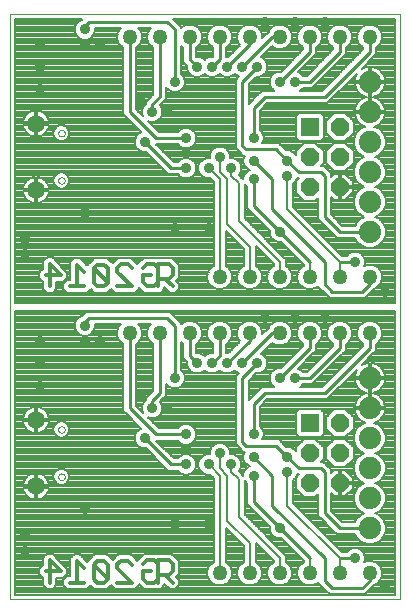
<source format=gbl>
G75*
G70*
%OFA0B0*%
%FSLAX24Y24*%
%IPPOS*%
%LPD*%
%AMOC8*
5,1,8,0,0,1.08239X$1,22.5*
%
%ADD10C,0.0000*%
%ADD11C,0.0594*%
%ADD12C,0.0740*%
%ADD13R,0.0600X0.0600*%
%ADD14OC8,0.0600*%
%ADD15C,0.0500*%
%ADD16C,0.0120*%
%ADD17C,0.0357*%
%ADD18C,0.0100*%
%ADD19C,0.0080*%
D10*
X000645Y000766D02*
X000645Y020266D01*
X013645Y020266D01*
X013645Y000766D01*
X000645Y000766D01*
X002258Y004854D02*
X002260Y004874D01*
X002266Y004894D01*
X002275Y004912D01*
X002288Y004929D01*
X002303Y004942D01*
X002321Y004952D01*
X002341Y004959D01*
X002361Y004962D01*
X002381Y004961D01*
X002401Y004956D01*
X002420Y004948D01*
X002437Y004936D01*
X002451Y004921D01*
X002462Y004903D01*
X002470Y004884D01*
X002474Y004864D01*
X002474Y004844D01*
X002470Y004824D01*
X002462Y004805D01*
X002451Y004787D01*
X002437Y004772D01*
X002420Y004760D01*
X002401Y004752D01*
X002381Y004747D01*
X002361Y004746D01*
X002341Y004749D01*
X002321Y004756D01*
X002303Y004766D01*
X002288Y004779D01*
X002275Y004796D01*
X002266Y004814D01*
X002260Y004834D01*
X002258Y004854D01*
X002258Y006428D02*
X002260Y006448D01*
X002266Y006468D01*
X002275Y006486D01*
X002288Y006503D01*
X002303Y006516D01*
X002321Y006526D01*
X002341Y006533D01*
X002361Y006536D01*
X002381Y006535D01*
X002401Y006530D01*
X002420Y006522D01*
X002437Y006510D01*
X002451Y006495D01*
X002462Y006477D01*
X002470Y006458D01*
X002474Y006438D01*
X002474Y006418D01*
X002470Y006398D01*
X002462Y006379D01*
X002451Y006361D01*
X002437Y006346D01*
X002420Y006334D01*
X002401Y006326D01*
X002381Y006321D01*
X002361Y006320D01*
X002341Y006323D01*
X002321Y006330D01*
X002303Y006340D01*
X002288Y006353D01*
X002275Y006370D01*
X002266Y006388D01*
X002260Y006408D01*
X002258Y006428D01*
X002258Y014729D02*
X002260Y014749D01*
X002266Y014769D01*
X002275Y014787D01*
X002288Y014804D01*
X002303Y014817D01*
X002321Y014827D01*
X002341Y014834D01*
X002361Y014837D01*
X002381Y014836D01*
X002401Y014831D01*
X002420Y014823D01*
X002437Y014811D01*
X002451Y014796D01*
X002462Y014778D01*
X002470Y014759D01*
X002474Y014739D01*
X002474Y014719D01*
X002470Y014699D01*
X002462Y014680D01*
X002451Y014662D01*
X002437Y014647D01*
X002420Y014635D01*
X002401Y014627D01*
X002381Y014622D01*
X002361Y014621D01*
X002341Y014624D01*
X002321Y014631D01*
X002303Y014641D01*
X002288Y014654D01*
X002275Y014671D01*
X002266Y014689D01*
X002260Y014709D01*
X002258Y014729D01*
X002258Y016303D02*
X002260Y016323D01*
X002266Y016343D01*
X002275Y016361D01*
X002288Y016378D01*
X002303Y016391D01*
X002321Y016401D01*
X002341Y016408D01*
X002361Y016411D01*
X002381Y016410D01*
X002401Y016405D01*
X002420Y016397D01*
X002437Y016385D01*
X002451Y016370D01*
X002462Y016352D01*
X002470Y016333D01*
X002474Y016313D01*
X002474Y016293D01*
X002470Y016273D01*
X002462Y016254D01*
X002451Y016236D01*
X002437Y016221D01*
X002420Y016209D01*
X002401Y016201D01*
X002381Y016196D01*
X002361Y016195D01*
X002341Y016198D01*
X002321Y016205D01*
X002303Y016215D01*
X002288Y016228D01*
X002275Y016245D01*
X002266Y016263D01*
X002260Y016283D01*
X002258Y016303D01*
D11*
X001520Y016628D03*
X001520Y014404D03*
X001520Y006753D03*
X001520Y004529D03*
D12*
X012645Y004141D03*
X012645Y003141D03*
X012645Y005141D03*
X012645Y006141D03*
X012645Y007141D03*
X012645Y008141D03*
X012645Y013016D03*
X012645Y014016D03*
X012645Y015016D03*
X012645Y016016D03*
X012645Y017016D03*
X012645Y018016D03*
D13*
X010645Y016516D03*
X010645Y006641D03*
D14*
X010645Y005641D03*
X010645Y004641D03*
X011645Y004641D03*
X011645Y005641D03*
X011645Y006641D03*
X011645Y014516D03*
X011645Y015516D03*
X011645Y016516D03*
X010645Y015516D03*
X010645Y014516D03*
D15*
X010645Y011516D03*
X009645Y011516D03*
X008645Y011516D03*
X007645Y011516D03*
X007645Y009641D03*
X006645Y009641D03*
X005645Y009641D03*
X004645Y009641D03*
X008645Y009641D03*
X009645Y009641D03*
X010645Y009641D03*
X011645Y009641D03*
X012645Y009641D03*
X012645Y011516D03*
X011645Y011516D03*
X011645Y019516D03*
X010645Y019516D03*
X009645Y019516D03*
X008645Y019516D03*
X007645Y019516D03*
X006645Y019516D03*
X005645Y019516D03*
X004645Y019516D03*
X012645Y019516D03*
X012645Y001641D03*
X011645Y001641D03*
X010645Y001641D03*
X009645Y001641D03*
X008645Y001641D03*
X007645Y001641D03*
D16*
X006070Y001696D02*
X005950Y001576D01*
X005830Y001576D01*
X006070Y001326D01*
X005830Y001576D02*
X005580Y001576D01*
X005580Y001946D01*
X005580Y002066D01*
X005950Y002066D01*
X006070Y001946D01*
X006070Y001696D01*
X005580Y001576D02*
X005580Y001446D01*
X005580Y001326D01*
X005460Y001326D02*
X005580Y001446D01*
X005460Y001326D02*
X005210Y001326D01*
X005090Y001456D01*
X005090Y001696D01*
X005340Y001696D01*
X005100Y001946D02*
X005220Y002066D01*
X005460Y002066D01*
X005580Y001946D01*
X004720Y001926D02*
X004590Y002056D01*
X004350Y002056D01*
X004230Y001936D01*
X004230Y001926D02*
X004230Y001806D01*
X004720Y001326D01*
X004230Y001326D01*
X003920Y001446D02*
X003800Y001326D01*
X003560Y001326D01*
X003440Y001446D01*
X003440Y001926D01*
X003560Y002046D01*
X003800Y002046D01*
X003920Y001926D01*
X003920Y001446D01*
X003450Y001926D01*
X003130Y001804D02*
X002888Y002046D01*
X002888Y002039D02*
X002888Y001334D01*
X002648Y001326D02*
X003133Y001326D01*
X002338Y001696D02*
X001980Y002071D01*
X001980Y001326D01*
X001848Y001696D02*
X002338Y001696D01*
X002648Y011201D02*
X003133Y011201D01*
X002888Y011209D02*
X002888Y011914D01*
X002888Y011921D02*
X003130Y011679D01*
X003440Y011801D02*
X003440Y011321D01*
X003560Y011201D01*
X003800Y011201D01*
X003920Y011321D01*
X003450Y011801D01*
X003440Y011801D02*
X003560Y011921D01*
X003800Y011921D01*
X003920Y011801D01*
X003920Y011321D01*
X004230Y011201D02*
X004720Y011201D01*
X004230Y011681D01*
X004230Y011801D01*
X004230Y011811D02*
X004350Y011931D01*
X004590Y011931D01*
X004720Y011801D01*
X005100Y011821D02*
X005220Y011941D01*
X005460Y011941D01*
X005580Y011821D01*
X005580Y011941D01*
X005950Y011941D01*
X006070Y011821D01*
X006070Y011571D01*
X005950Y011451D01*
X005830Y011451D01*
X006070Y011201D01*
X005830Y011451D02*
X005580Y011451D01*
X005580Y011821D01*
X005580Y011451D02*
X005580Y011321D01*
X005580Y011201D01*
X005460Y011201D02*
X005580Y011321D01*
X005460Y011201D02*
X005210Y011201D01*
X005090Y011331D01*
X005090Y011571D01*
X005340Y011571D01*
X002338Y011571D02*
X001980Y011946D01*
X001980Y011201D01*
X001848Y011571D02*
X002338Y011571D01*
D17*
X001145Y012266D03*
X001145Y012766D03*
X003145Y013641D03*
X005145Y016016D03*
X005395Y017016D03*
X005020Y017391D03*
X005895Y017016D03*
X006520Y016141D03*
X006520Y015641D03*
X006520Y015141D03*
X007270Y015141D03*
X007645Y015516D03*
X008020Y015141D03*
X008770Y015391D03*
X008770Y014766D03*
X008770Y016141D03*
X009895Y015391D03*
X009895Y014891D03*
X009645Y013016D03*
X009145Y010141D03*
X010145Y010141D03*
X011145Y010141D03*
X012145Y012016D03*
X013145Y011016D03*
X010145Y008141D03*
X009645Y008141D03*
X008895Y008641D03*
X008395Y008641D03*
X007895Y008641D03*
X007395Y008641D03*
X006895Y008641D03*
X006145Y008141D03*
X005895Y007141D03*
X005395Y007141D03*
X005020Y007516D03*
X005145Y006141D03*
X006520Y006266D03*
X006520Y005766D03*
X006520Y005266D03*
X007270Y005266D03*
X007645Y005641D03*
X008020Y005266D03*
X008770Y005516D03*
X008770Y004891D03*
X008770Y006266D03*
X009895Y005516D03*
X009895Y005016D03*
X009645Y003141D03*
X007270Y003266D03*
X006145Y003266D03*
X003145Y003766D03*
X001145Y002891D03*
X001145Y002391D03*
X001645Y007891D03*
X001645Y008641D03*
X001645Y009391D03*
X003145Y009391D03*
X003145Y009891D03*
X003645Y009391D03*
X006145Y013141D03*
X007270Y013141D03*
X006145Y018016D03*
X006895Y018516D03*
X007395Y018516D03*
X007895Y018516D03*
X008395Y018516D03*
X008895Y018516D03*
X009645Y018016D03*
X010145Y018016D03*
X010145Y020016D03*
X009145Y020016D03*
X011145Y020016D03*
X003645Y019266D03*
X003145Y019266D03*
X003145Y019766D03*
X001645Y019266D03*
X001645Y018516D03*
X001645Y017766D03*
X012145Y002141D03*
X013145Y001141D03*
D18*
X012645Y001391D02*
X012645Y001641D01*
X012645Y001391D02*
X012395Y001141D01*
X011395Y001141D01*
X011145Y001391D01*
X011145Y002141D01*
X009395Y003891D01*
X009395Y004891D01*
X008770Y005516D01*
X008520Y005891D02*
X009520Y005891D01*
X009895Y005516D01*
X010270Y005141D01*
X011020Y005141D01*
X011145Y005016D01*
X011145Y003641D01*
X011645Y003141D01*
X012645Y003141D01*
X012145Y002141D02*
X011645Y002141D01*
X010645Y002141D02*
X009645Y003141D01*
X008770Y004016D01*
X008770Y004891D01*
X008520Y005891D02*
X008395Y006016D01*
X008395Y008141D01*
X008895Y008641D01*
X008395Y008641D02*
X009395Y009641D01*
X009645Y009641D01*
X008645Y009641D02*
X008645Y009391D01*
X007895Y008641D01*
X007645Y008891D02*
X007395Y008641D01*
X007645Y008891D02*
X007645Y009641D01*
X006895Y008641D02*
X006645Y008891D01*
X006645Y009641D01*
X006145Y009891D02*
X006145Y008141D01*
X005645Y007641D02*
X005645Y009641D01*
X005895Y010141D02*
X006145Y009891D01*
X005895Y010141D02*
X003270Y010141D01*
X003145Y010016D01*
X003145Y009891D01*
X004645Y009641D02*
X004645Y007141D01*
X005520Y006266D01*
X006520Y006266D01*
X006520Y005266D02*
X006020Y005266D01*
X005145Y006141D01*
X005395Y007141D02*
X005395Y007391D01*
X005645Y007641D01*
X008770Y007266D02*
X008770Y006266D01*
X008770Y007266D02*
X009145Y007641D01*
X011145Y007641D01*
X012645Y009141D01*
X012645Y009641D01*
X011645Y009641D02*
X011645Y009141D01*
X010645Y008141D01*
X010145Y008141D01*
X009645Y008141D02*
X010645Y009141D01*
X010645Y009641D01*
X011395Y011016D02*
X012395Y011016D01*
X012645Y011266D01*
X012645Y011516D01*
X012145Y012016D02*
X011645Y012016D01*
X011145Y012016D02*
X011145Y011266D01*
X011395Y011016D01*
X011145Y012016D02*
X009395Y013766D01*
X009395Y014766D01*
X008770Y015391D01*
X008520Y015766D02*
X009520Y015766D01*
X009895Y015391D01*
X010270Y015016D01*
X011020Y015016D01*
X011145Y014891D01*
X011145Y013516D01*
X011645Y013016D01*
X012645Y013016D01*
X010645Y012016D02*
X009645Y013016D01*
X008770Y013891D01*
X008770Y014766D01*
X008520Y015766D02*
X008395Y015891D01*
X008395Y018016D01*
X008895Y018516D01*
X008395Y018516D02*
X009395Y019516D01*
X009645Y019516D01*
X008645Y019516D02*
X008645Y019266D01*
X007895Y018516D01*
X007645Y018766D02*
X007395Y018516D01*
X007645Y018766D02*
X007645Y019516D01*
X006895Y018516D02*
X006645Y018766D01*
X006645Y019516D01*
X006145Y019766D02*
X006145Y018016D01*
X005645Y017516D02*
X005645Y019516D01*
X005895Y020016D02*
X006145Y019766D01*
X005895Y020016D02*
X003270Y020016D01*
X003145Y019891D01*
X003145Y019766D01*
X004645Y019516D02*
X004645Y017016D01*
X005520Y016141D01*
X006520Y016141D01*
X006520Y015141D02*
X006020Y015141D01*
X005145Y016016D01*
X005395Y017016D02*
X005395Y017266D01*
X005645Y017516D01*
X008770Y017141D02*
X008770Y016141D01*
X008770Y017141D02*
X009145Y017516D01*
X011145Y017516D01*
X012645Y019016D01*
X012645Y019516D01*
X011645Y019516D02*
X011645Y019016D01*
X010645Y018016D01*
X010145Y018016D01*
X009645Y018016D02*
X010645Y019016D01*
X010645Y019516D01*
D19*
X010358Y019224D02*
X009933Y019224D01*
X009877Y019168D02*
X009993Y019284D01*
X010055Y019434D01*
X010055Y019598D01*
X009993Y019748D01*
X009877Y019864D01*
X009727Y019926D01*
X009563Y019926D01*
X009413Y019864D01*
X009297Y019748D01*
X009274Y019692D01*
X009055Y019473D01*
X009055Y019598D01*
X008993Y019748D01*
X008877Y019864D01*
X008727Y019926D01*
X008563Y019926D01*
X008413Y019864D01*
X008297Y019748D01*
X008235Y019598D01*
X008235Y019434D01*
X008297Y019284D01*
X008332Y019250D01*
X007936Y018854D01*
X007855Y018854D01*
X007855Y019159D01*
X007877Y019168D01*
X007993Y019284D01*
X008055Y019434D01*
X008055Y019598D01*
X007993Y019748D01*
X007877Y019864D01*
X007727Y019926D01*
X007563Y019926D01*
X007413Y019864D01*
X007297Y019748D01*
X007235Y019598D01*
X007235Y019434D01*
X007297Y019284D01*
X007413Y019168D01*
X007435Y019159D01*
X007435Y018854D01*
X007328Y018854D01*
X007203Y018803D01*
X007145Y018745D01*
X007087Y018803D01*
X006962Y018854D01*
X006855Y018854D01*
X006855Y019159D01*
X006877Y019168D01*
X006993Y019284D01*
X007055Y019434D01*
X007055Y019598D01*
X006993Y019748D01*
X006877Y019864D01*
X006727Y019926D01*
X006563Y019926D01*
X006413Y019864D01*
X006355Y019806D01*
X006355Y019853D01*
X006232Y019976D01*
X006102Y020106D01*
X013485Y020106D01*
X013485Y010641D01*
X000805Y010641D01*
X000805Y020106D01*
X003063Y020106D01*
X003060Y020103D01*
X003050Y020093D01*
X002953Y020053D01*
X002858Y019958D01*
X002807Y019833D01*
X002807Y019699D01*
X002858Y019574D01*
X002953Y019479D01*
X003078Y019428D01*
X003212Y019428D01*
X003337Y019479D01*
X003432Y019574D01*
X003483Y019699D01*
X003483Y019806D01*
X004355Y019806D01*
X004297Y019748D01*
X004235Y019598D01*
X004235Y019434D01*
X004297Y019284D01*
X004413Y019168D01*
X004435Y019159D01*
X004435Y016929D01*
X004558Y016806D01*
X005030Y016334D01*
X004953Y016303D01*
X004858Y016208D01*
X004807Y016083D01*
X004807Y015949D01*
X004858Y015824D01*
X004953Y015729D01*
X005078Y015678D01*
X005186Y015678D01*
X005933Y014931D01*
X006107Y014931D01*
X006251Y014931D01*
X006328Y014854D01*
X006453Y014803D01*
X006587Y014803D01*
X006712Y014854D01*
X006807Y014949D01*
X006858Y015074D01*
X006858Y015208D01*
X006807Y015333D01*
X006712Y015428D01*
X006587Y015479D01*
X006453Y015479D01*
X006328Y015428D01*
X006251Y015351D01*
X006107Y015351D01*
X005527Y015931D01*
X005607Y015931D01*
X006251Y015931D01*
X006328Y015854D01*
X006453Y015803D01*
X006587Y015803D01*
X006712Y015854D01*
X006807Y015949D01*
X006858Y016074D01*
X006858Y016208D01*
X006807Y016333D01*
X006712Y016428D01*
X006587Y016479D01*
X006453Y016479D01*
X006328Y016428D01*
X006251Y016351D01*
X005607Y016351D01*
X005247Y016711D01*
X005328Y016678D01*
X005462Y016678D01*
X005587Y016729D01*
X005682Y016824D01*
X005733Y016949D01*
X005733Y017083D01*
X005682Y017208D01*
X005658Y017232D01*
X005732Y017306D01*
X005855Y017429D01*
X005855Y017832D01*
X005858Y017824D01*
X005953Y017729D01*
X006078Y017678D01*
X006212Y017678D01*
X006337Y017729D01*
X006432Y017824D01*
X006483Y017949D01*
X006483Y018083D01*
X006432Y018208D01*
X006355Y018285D01*
X006355Y019226D01*
X006413Y019168D01*
X006435Y019159D01*
X006435Y018853D01*
X006435Y018679D01*
X006557Y018557D01*
X006557Y018449D01*
X006608Y018324D01*
X006703Y018229D01*
X006828Y018178D01*
X006962Y018178D01*
X007087Y018229D01*
X007145Y018287D01*
X007203Y018229D01*
X007328Y018178D01*
X007462Y018178D01*
X007587Y018229D01*
X007645Y018287D01*
X007703Y018229D01*
X007828Y018178D01*
X007962Y018178D01*
X008087Y018229D01*
X008145Y018287D01*
X008203Y018229D01*
X008280Y018197D01*
X008185Y018103D01*
X008185Y015978D01*
X008185Y015804D01*
X008310Y015679D01*
X008433Y015556D01*
X008472Y015556D01*
X008432Y015458D01*
X008432Y015324D01*
X008483Y015199D01*
X008578Y015104D01*
X008640Y015078D01*
X008578Y015053D01*
X008483Y014958D01*
X008432Y014833D01*
X008432Y014762D01*
X008276Y014918D01*
X008307Y014949D01*
X008358Y015074D01*
X008358Y015208D01*
X008307Y015333D01*
X008212Y015428D01*
X008087Y015479D01*
X007983Y015479D01*
X007983Y015583D01*
X007932Y015708D01*
X007837Y015803D01*
X007712Y015854D01*
X007578Y015854D01*
X007453Y015803D01*
X007358Y015708D01*
X007307Y015583D01*
X007307Y015479D01*
X007203Y015479D01*
X007078Y015428D01*
X006983Y015333D01*
X006932Y015208D01*
X006932Y015074D01*
X006983Y014949D01*
X007078Y014854D01*
X007203Y014803D01*
X007326Y014803D01*
X007445Y014683D01*
X007445Y011877D01*
X007413Y011864D01*
X007297Y011748D01*
X007235Y011598D01*
X007235Y011434D01*
X007297Y011284D01*
X007413Y011168D01*
X007563Y011106D01*
X007727Y011106D01*
X007877Y011168D01*
X007993Y011284D01*
X008055Y011434D01*
X008055Y011598D01*
X007993Y011748D01*
X007877Y011864D01*
X007845Y011877D01*
X007845Y013033D01*
X008445Y012433D01*
X008445Y011877D01*
X008413Y011864D01*
X008297Y011748D01*
X008235Y011598D01*
X008235Y011434D01*
X008297Y011284D01*
X008413Y011168D01*
X008563Y011106D01*
X008727Y011106D01*
X008877Y011168D01*
X008993Y011284D01*
X009055Y011434D01*
X009055Y011598D01*
X008993Y011748D01*
X008877Y011864D01*
X008845Y011877D01*
X008845Y012433D01*
X008845Y012533D01*
X009445Y011933D01*
X009445Y011877D01*
X009413Y011864D01*
X009297Y011748D01*
X009235Y011598D01*
X009235Y011434D01*
X009297Y011284D01*
X009413Y011168D01*
X009563Y011106D01*
X009727Y011106D01*
X009877Y011168D01*
X009993Y011284D01*
X010055Y011434D01*
X010055Y011598D01*
X009993Y011748D01*
X009877Y011864D01*
X009845Y011877D01*
X009845Y012099D01*
X009728Y012216D01*
X008470Y013474D01*
X008470Y014558D01*
X008470Y014606D01*
X008483Y014574D01*
X008560Y014497D01*
X008560Y013978D01*
X008560Y013804D01*
X009307Y013057D01*
X009307Y012949D01*
X009358Y012824D01*
X009453Y012729D01*
X009578Y012678D01*
X009686Y012678D01*
X010445Y011919D01*
X010445Y011877D01*
X010413Y011864D01*
X010297Y011748D01*
X010235Y011598D01*
X010235Y011434D01*
X010297Y011284D01*
X010413Y011168D01*
X010563Y011106D01*
X010727Y011106D01*
X010877Y011168D01*
X010935Y011226D01*
X010935Y011179D01*
X011185Y010929D01*
X011308Y010806D01*
X012308Y010806D01*
X012482Y010806D01*
X012732Y011056D01*
X012821Y011145D01*
X012877Y011168D01*
X012993Y011284D01*
X013055Y011434D01*
X013055Y011598D01*
X012993Y011748D01*
X012877Y011864D01*
X012727Y011926D01*
X012563Y011926D01*
X012455Y011881D01*
X012483Y011949D01*
X012483Y012083D01*
X012432Y012208D01*
X012337Y012303D01*
X012212Y012354D01*
X012078Y012354D01*
X011953Y012303D01*
X011876Y012226D01*
X011718Y012226D01*
X010095Y013849D01*
X010095Y014612D01*
X010182Y014699D01*
X010226Y014806D01*
X010285Y014806D01*
X010185Y014706D01*
X010185Y014325D01*
X010454Y014056D01*
X010836Y014056D01*
X010935Y014156D01*
X010935Y013603D01*
X010935Y013429D01*
X011435Y012929D01*
X011558Y012806D01*
X012158Y012806D01*
X012196Y012716D01*
X012345Y012567D01*
X012540Y012486D01*
X012750Y012486D01*
X012945Y012567D01*
X013094Y012716D01*
X013175Y012911D01*
X013175Y013121D01*
X013094Y013316D01*
X012945Y013465D01*
X012823Y013516D01*
X012945Y013567D01*
X013094Y013716D01*
X013175Y013911D01*
X013175Y014121D01*
X013094Y014316D01*
X012945Y014465D01*
X012823Y014516D01*
X012945Y014567D01*
X013094Y014716D01*
X013175Y014911D01*
X013175Y015121D01*
X013094Y015316D01*
X012945Y015465D01*
X012823Y015516D01*
X012945Y015567D01*
X013094Y015716D01*
X013175Y015911D01*
X013175Y016121D01*
X013094Y016316D01*
X012945Y016465D01*
X012794Y016528D01*
X012841Y016543D01*
X012912Y016580D01*
X012977Y016627D01*
X013034Y016684D01*
X013081Y016749D01*
X013118Y016820D01*
X013142Y016897D01*
X013155Y016976D01*
X012685Y016976D01*
X012685Y017056D01*
X012605Y017056D01*
X012605Y016976D01*
X012135Y016976D01*
X012135Y016976D01*
X012148Y016897D01*
X012172Y016820D01*
X012209Y016749D01*
X012256Y016684D01*
X012313Y016627D01*
X012378Y016580D01*
X012449Y016543D01*
X012496Y016528D01*
X012345Y016465D01*
X012196Y016316D01*
X012115Y016121D01*
X012115Y015911D01*
X012196Y015716D01*
X012345Y015567D01*
X012467Y015516D01*
X012345Y015465D01*
X012196Y015316D01*
X012115Y015121D01*
X012115Y014911D01*
X012196Y014716D01*
X012345Y014567D01*
X012467Y014516D01*
X012345Y014465D01*
X012196Y014316D01*
X012115Y014121D01*
X012115Y013911D01*
X012196Y013716D01*
X012345Y013567D01*
X012467Y013516D01*
X012345Y013465D01*
X012196Y013316D01*
X012158Y013226D01*
X011732Y013226D01*
X011355Y013603D01*
X011355Y014184D01*
X011463Y014076D01*
X011605Y014076D01*
X011605Y014476D01*
X011685Y014476D01*
X011685Y014556D01*
X011605Y014556D01*
X011605Y014956D01*
X011463Y014956D01*
X011355Y014848D01*
X011355Y014978D01*
X011232Y015101D01*
X011230Y015103D01*
X011107Y015226D01*
X011005Y015226D01*
X011105Y015325D01*
X011105Y015706D01*
X010836Y015976D01*
X010454Y015976D01*
X010185Y015706D01*
X010185Y015575D01*
X010182Y015583D01*
X010087Y015678D01*
X009962Y015729D01*
X009854Y015729D01*
X009607Y015976D01*
X009433Y015976D01*
X009068Y015976D01*
X009108Y016074D01*
X009108Y016208D01*
X009057Y016333D01*
X008980Y016410D01*
X008980Y017054D01*
X009232Y017306D01*
X011058Y017306D01*
X011232Y017306D01*
X012208Y018282D01*
X012172Y018212D01*
X012148Y018135D01*
X012135Y018056D01*
X012605Y018056D01*
X012605Y018526D01*
X012605Y018526D01*
X012526Y018513D01*
X012449Y018489D01*
X012379Y018453D01*
X012732Y018806D01*
X012855Y018929D01*
X012855Y019159D01*
X012877Y019168D01*
X012993Y019284D01*
X013055Y019434D01*
X013055Y019598D01*
X012993Y019748D01*
X012877Y019864D01*
X012727Y019926D01*
X012563Y019926D01*
X012413Y019864D01*
X012297Y019748D01*
X012235Y019598D01*
X012235Y019434D01*
X012297Y019284D01*
X012413Y019168D01*
X012435Y019159D01*
X012435Y019103D01*
X011058Y017726D01*
X010329Y017726D01*
X010337Y017729D01*
X010414Y017806D01*
X010558Y017806D01*
X010732Y017806D01*
X011732Y018806D01*
X011855Y018929D01*
X011855Y019159D01*
X011877Y019168D01*
X011993Y019284D01*
X012055Y019434D01*
X012055Y019598D01*
X011993Y019748D01*
X011877Y019864D01*
X011727Y019926D01*
X011563Y019926D01*
X011413Y019864D01*
X011297Y019748D01*
X011235Y019598D01*
X011235Y019434D01*
X011297Y019284D01*
X011413Y019168D01*
X011435Y019159D01*
X011435Y019103D01*
X010558Y018226D01*
X010414Y018226D01*
X010337Y018303D01*
X010260Y018334D01*
X010732Y018806D01*
X010855Y018929D01*
X010855Y019159D01*
X010877Y019168D01*
X010993Y019284D01*
X011055Y019434D01*
X011055Y019598D01*
X010993Y019748D01*
X010877Y019864D01*
X010727Y019926D01*
X010563Y019926D01*
X010413Y019864D01*
X010297Y019748D01*
X010235Y019598D01*
X010235Y019434D01*
X010297Y019284D01*
X010413Y019168D01*
X010435Y019159D01*
X010435Y019103D01*
X009686Y018354D01*
X009578Y018354D01*
X009453Y018303D01*
X009358Y018208D01*
X009307Y018083D01*
X009307Y017949D01*
X009358Y017824D01*
X009453Y017729D01*
X009461Y017726D01*
X009058Y017726D01*
X008935Y017603D01*
X008605Y017273D01*
X008605Y017929D01*
X008854Y018178D01*
X008962Y018178D01*
X009087Y018229D01*
X009182Y018324D01*
X009233Y018449D01*
X009233Y018583D01*
X009182Y018708D01*
X009087Y018803D01*
X009010Y018834D01*
X009379Y019203D01*
X009413Y019168D01*
X009563Y019106D01*
X009727Y019106D01*
X009877Y019168D01*
X009821Y019145D02*
X010435Y019145D01*
X010399Y019067D02*
X009243Y019067D01*
X009321Y019145D02*
X009469Y019145D01*
X009164Y018988D02*
X010320Y018988D01*
X010242Y018909D02*
X009085Y018909D01*
X009019Y018831D02*
X010163Y018831D01*
X010084Y018752D02*
X009137Y018752D01*
X009196Y018674D02*
X010006Y018674D01*
X009927Y018595D02*
X009228Y018595D01*
X009233Y018517D02*
X009849Y018517D01*
X009770Y018438D02*
X009229Y018438D01*
X009197Y018360D02*
X009692Y018360D01*
X009432Y018281D02*
X009139Y018281D01*
X009023Y018203D02*
X009356Y018203D01*
X009324Y018124D02*
X008800Y018124D01*
X008722Y018046D02*
X009307Y018046D01*
X009307Y017967D02*
X008643Y017967D01*
X008605Y017888D02*
X009332Y017888D01*
X009373Y017810D02*
X008605Y017810D01*
X008605Y017731D02*
X009451Y017731D01*
X009186Y017260D02*
X012197Y017260D01*
X012209Y017283D02*
X012172Y017212D01*
X012148Y017135D01*
X012135Y017056D01*
X012605Y017056D01*
X012605Y017506D01*
X012605Y017976D01*
X012135Y017976D01*
X012135Y017976D01*
X012148Y017897D01*
X012172Y017820D01*
X012209Y017749D01*
X012256Y017684D01*
X012313Y017627D01*
X012378Y017580D01*
X012449Y017543D01*
X012526Y017519D01*
X012542Y017516D01*
X012526Y017513D01*
X012449Y017489D01*
X012378Y017452D01*
X012313Y017405D01*
X012256Y017348D01*
X012209Y017283D01*
X012249Y017339D02*
X011265Y017339D01*
X011343Y017417D02*
X012330Y017417D01*
X012471Y017496D02*
X011422Y017496D01*
X011500Y017574D02*
X012389Y017574D01*
X012287Y017653D02*
X011579Y017653D01*
X011657Y017731D02*
X012221Y017731D01*
X012178Y017810D02*
X011736Y017810D01*
X011814Y017888D02*
X012150Y017888D01*
X012136Y017967D02*
X011893Y017967D01*
X011971Y018046D02*
X012605Y018046D01*
X012605Y018056D02*
X012605Y017976D01*
X012685Y017976D01*
X012685Y018056D01*
X012605Y018056D01*
X012605Y018124D02*
X012685Y018124D01*
X012685Y018056D02*
X012685Y018526D01*
X012685Y018526D01*
X012764Y018513D01*
X012841Y018489D01*
X012912Y018452D01*
X012977Y018405D01*
X013034Y018348D01*
X013081Y018283D01*
X013118Y018212D01*
X013142Y018135D01*
X013155Y018056D01*
X013155Y018056D01*
X012685Y018056D01*
X012685Y018046D02*
X013485Y018046D01*
X013485Y018124D02*
X013144Y018124D01*
X013121Y018203D02*
X013485Y018203D01*
X013485Y018281D02*
X013082Y018281D01*
X013023Y018360D02*
X013485Y018360D01*
X013485Y018438D02*
X012931Y018438D01*
X012743Y018517D02*
X013485Y018517D01*
X013485Y018595D02*
X012521Y018595D01*
X012547Y018517D02*
X012443Y018517D01*
X012605Y018517D02*
X012685Y018517D01*
X012685Y018438D02*
X012605Y018438D01*
X012605Y018360D02*
X012685Y018360D01*
X012685Y018281D02*
X012605Y018281D01*
X012605Y018203D02*
X012685Y018203D01*
X012685Y017976D02*
X013155Y017976D01*
X013155Y017976D01*
X013142Y017897D01*
X013118Y017820D01*
X013081Y017749D01*
X013034Y017684D01*
X012977Y017627D01*
X012912Y017580D01*
X012841Y017543D01*
X012764Y017519D01*
X012748Y017516D01*
X012764Y017513D01*
X012841Y017489D01*
X012912Y017452D01*
X012977Y017405D01*
X013034Y017348D01*
X013081Y017283D01*
X013118Y017212D01*
X013142Y017135D01*
X013155Y017056D01*
X013155Y017056D01*
X012685Y017056D01*
X012685Y017506D01*
X012685Y017976D01*
X012685Y017967D02*
X012605Y017967D01*
X012605Y017888D02*
X012685Y017888D01*
X012685Y017810D02*
X012605Y017810D01*
X012605Y017731D02*
X012685Y017731D01*
X012685Y017653D02*
X012605Y017653D01*
X012605Y017574D02*
X012685Y017574D01*
X012685Y017496D02*
X012605Y017496D01*
X012605Y017417D02*
X012685Y017417D01*
X012685Y017339D02*
X012605Y017339D01*
X012605Y017260D02*
X012685Y017260D01*
X012685Y017182D02*
X012605Y017182D01*
X012605Y017103D02*
X012685Y017103D01*
X012685Y017024D02*
X013485Y017024D01*
X013485Y016946D02*
X013150Y016946D01*
X013155Y016976D02*
X013155Y016976D01*
X013133Y016867D02*
X013485Y016867D01*
X013485Y016789D02*
X013102Y016789D01*
X013053Y016710D02*
X013485Y016710D01*
X013485Y016632D02*
X012982Y016632D01*
X012860Y016553D02*
X013485Y016553D01*
X013485Y016475D02*
X012923Y016475D01*
X013014Y016396D02*
X013485Y016396D01*
X013485Y016318D02*
X013093Y016318D01*
X013126Y016239D02*
X013485Y016239D01*
X013485Y016160D02*
X013159Y016160D01*
X013175Y016082D02*
X013485Y016082D01*
X013485Y016003D02*
X013175Y016003D01*
X013175Y015925D02*
X013485Y015925D01*
X013485Y015846D02*
X013148Y015846D01*
X013116Y015768D02*
X013485Y015768D01*
X013485Y015689D02*
X013068Y015689D01*
X012989Y015611D02*
X013485Y015611D01*
X013485Y015532D02*
X012862Y015532D01*
X012957Y015454D02*
X013485Y015454D01*
X013485Y015375D02*
X013035Y015375D01*
X013103Y015296D02*
X013485Y015296D01*
X013485Y015218D02*
X013135Y015218D01*
X013168Y015139D02*
X013485Y015139D01*
X013485Y015061D02*
X013175Y015061D01*
X013175Y014982D02*
X013485Y014982D01*
X013485Y014904D02*
X013172Y014904D01*
X013140Y014825D02*
X013485Y014825D01*
X013485Y014747D02*
X013107Y014747D01*
X013047Y014668D02*
X013485Y014668D01*
X013485Y014590D02*
X012968Y014590D01*
X012835Y014511D02*
X013485Y014511D01*
X013485Y014433D02*
X012978Y014433D01*
X013057Y014354D02*
X013485Y014354D01*
X013485Y014275D02*
X013111Y014275D01*
X013144Y014197D02*
X013485Y014197D01*
X013485Y014118D02*
X013175Y014118D01*
X013175Y014040D02*
X013485Y014040D01*
X013485Y013961D02*
X013175Y013961D01*
X013163Y013883D02*
X013485Y013883D01*
X013485Y013804D02*
X013131Y013804D01*
X013098Y013726D02*
X013485Y013726D01*
X013485Y013647D02*
X013026Y013647D01*
X012947Y013569D02*
X013485Y013569D01*
X013485Y013490D02*
X012886Y013490D01*
X012999Y013411D02*
X013485Y013411D01*
X013485Y013333D02*
X013078Y013333D01*
X013120Y013254D02*
X013485Y013254D01*
X013485Y013176D02*
X013152Y013176D01*
X013175Y013097D02*
X013485Y013097D01*
X013485Y013019D02*
X013175Y013019D01*
X013175Y012940D02*
X013485Y012940D01*
X013485Y012862D02*
X013155Y012862D01*
X013122Y012783D02*
X013485Y012783D01*
X013485Y012705D02*
X013083Y012705D01*
X013005Y012626D02*
X013485Y012626D01*
X013485Y012547D02*
X012899Y012547D01*
X012454Y012155D02*
X013485Y012155D01*
X013485Y012233D02*
X012406Y012233D01*
X012315Y012312D02*
X013485Y012312D01*
X013485Y012390D02*
X011553Y012390D01*
X011475Y012469D02*
X013485Y012469D01*
X013485Y012076D02*
X012483Y012076D01*
X012483Y011998D02*
X013485Y011998D01*
X013485Y011919D02*
X012743Y011919D01*
X012900Y011841D02*
X013485Y011841D01*
X013485Y011762D02*
X012979Y011762D01*
X013019Y011684D02*
X013485Y011684D01*
X013485Y011605D02*
X013052Y011605D01*
X013055Y011526D02*
X013485Y011526D01*
X013485Y011448D02*
X013055Y011448D01*
X013028Y011369D02*
X013485Y011369D01*
X013485Y011291D02*
X012996Y011291D01*
X012921Y011212D02*
X013485Y011212D01*
X013485Y011134D02*
X012810Y011134D01*
X012731Y011055D02*
X013485Y011055D01*
X013485Y010977D02*
X012653Y010977D01*
X012574Y010898D02*
X013485Y010898D01*
X013485Y010820D02*
X012496Y010820D01*
X012563Y010051D02*
X012413Y009989D01*
X012297Y009873D01*
X012235Y009723D01*
X012235Y009559D01*
X012297Y009409D01*
X012413Y009293D01*
X012435Y009284D01*
X012435Y009228D01*
X011058Y007851D01*
X010329Y007851D01*
X010337Y007854D01*
X010414Y007931D01*
X010558Y007931D01*
X010732Y007931D01*
X011732Y008931D01*
X011855Y009054D01*
X011855Y009284D01*
X011877Y009293D01*
X011993Y009409D01*
X012055Y009559D01*
X012055Y009723D01*
X011993Y009873D01*
X011877Y009989D01*
X011727Y010051D01*
X011563Y010051D01*
X011413Y009989D01*
X011297Y009873D01*
X011235Y009723D01*
X011235Y009559D01*
X011297Y009409D01*
X011413Y009293D01*
X011435Y009284D01*
X011435Y009228D01*
X010558Y008351D01*
X010414Y008351D01*
X010337Y008428D01*
X010260Y008459D01*
X010732Y008931D01*
X010855Y009054D01*
X010855Y009284D01*
X010877Y009293D01*
X010993Y009409D01*
X011055Y009559D01*
X011055Y009723D01*
X010993Y009873D01*
X010877Y009989D01*
X010727Y010051D01*
X010563Y010051D01*
X010413Y009989D01*
X010297Y009873D01*
X010235Y009723D01*
X010235Y009559D01*
X010297Y009409D01*
X010413Y009293D01*
X010435Y009284D01*
X010435Y009228D01*
X009686Y008479D01*
X009578Y008479D01*
X009453Y008428D01*
X009358Y008333D01*
X009307Y008208D01*
X009307Y008074D01*
X009358Y007949D01*
X009453Y007854D01*
X009461Y007851D01*
X009058Y007851D01*
X008935Y007728D01*
X008605Y007398D01*
X008605Y008054D01*
X008854Y008303D01*
X008962Y008303D01*
X009087Y008354D01*
X009182Y008449D01*
X009233Y008574D01*
X009233Y008708D01*
X009182Y008833D01*
X009087Y008928D01*
X009010Y008959D01*
X009379Y009328D01*
X009413Y009293D01*
X009563Y009231D01*
X009727Y009231D01*
X009877Y009293D01*
X009993Y009409D01*
X010055Y009559D01*
X010055Y009723D01*
X009993Y009873D01*
X009877Y009989D01*
X009727Y010051D01*
X009563Y010051D01*
X009413Y009989D01*
X009297Y009873D01*
X009274Y009817D01*
X009055Y009598D01*
X009055Y009723D01*
X008993Y009873D01*
X008877Y009989D01*
X008727Y010051D01*
X008563Y010051D01*
X008413Y009989D01*
X008297Y009873D01*
X008235Y009723D01*
X008235Y009559D01*
X008297Y009409D01*
X008332Y009375D01*
X007936Y008979D01*
X007855Y008979D01*
X007855Y009284D01*
X007877Y009293D01*
X007993Y009409D01*
X008055Y009559D01*
X008055Y009723D01*
X007993Y009873D01*
X007877Y009989D01*
X007727Y010051D01*
X007563Y010051D01*
X007413Y009989D01*
X007297Y009873D01*
X007235Y009723D01*
X007235Y009559D01*
X007297Y009409D01*
X007413Y009293D01*
X007435Y009284D01*
X007435Y008979D01*
X007328Y008979D01*
X007203Y008928D01*
X007145Y008870D01*
X007087Y008928D01*
X006962Y008979D01*
X006855Y008979D01*
X006855Y009284D01*
X006877Y009293D01*
X006993Y009409D01*
X007055Y009559D01*
X007055Y009723D01*
X006993Y009873D01*
X006877Y009989D01*
X006727Y010051D01*
X006563Y010051D01*
X006413Y009989D01*
X006355Y009931D01*
X006355Y009978D01*
X006232Y010101D01*
X005982Y010351D01*
X005808Y010351D01*
X003183Y010351D01*
X003060Y010228D01*
X003050Y010218D01*
X002953Y010178D01*
X002858Y010083D01*
X002807Y009958D01*
X002807Y009824D01*
X002858Y009699D01*
X002953Y009604D01*
X003078Y009553D01*
X003212Y009553D01*
X003337Y009604D01*
X003432Y009699D01*
X003483Y009824D01*
X003483Y009931D01*
X004355Y009931D01*
X004297Y009873D01*
X004235Y009723D01*
X004235Y009559D01*
X004297Y009409D01*
X004413Y009293D01*
X004435Y009284D01*
X004435Y007054D01*
X004558Y006931D01*
X005030Y006459D01*
X004953Y006428D01*
X004858Y006333D01*
X004807Y006208D01*
X004807Y006074D01*
X004858Y005949D01*
X004953Y005854D01*
X005078Y005803D01*
X005186Y005803D01*
X005933Y005056D01*
X006107Y005056D01*
X006251Y005056D01*
X006328Y004979D01*
X006453Y004928D01*
X006587Y004928D01*
X006712Y004979D01*
X006807Y005074D01*
X006858Y005199D01*
X006858Y005333D01*
X006807Y005458D01*
X006712Y005553D01*
X006587Y005604D01*
X006453Y005604D01*
X006328Y005553D01*
X006251Y005476D01*
X006107Y005476D01*
X005527Y006056D01*
X005607Y006056D01*
X006251Y006056D01*
X006328Y005979D01*
X006453Y005928D01*
X006587Y005928D01*
X006712Y005979D01*
X006807Y006074D01*
X006858Y006199D01*
X006858Y006333D01*
X006807Y006458D01*
X006712Y006553D01*
X006587Y006604D01*
X006453Y006604D01*
X006328Y006553D01*
X006251Y006476D01*
X005607Y006476D01*
X005247Y006836D01*
X005328Y006803D01*
X005462Y006803D01*
X005587Y006854D01*
X005682Y006949D01*
X005733Y007074D01*
X005733Y007208D01*
X005682Y007333D01*
X005658Y007357D01*
X005732Y007431D01*
X005855Y007554D01*
X005855Y007957D01*
X005858Y007949D01*
X005953Y007854D01*
X006078Y007803D01*
X006212Y007803D01*
X006337Y007854D01*
X006432Y007949D01*
X006483Y008074D01*
X006483Y008208D01*
X006432Y008333D01*
X006355Y008410D01*
X006355Y009351D01*
X006413Y009293D01*
X006435Y009284D01*
X006435Y008978D01*
X006435Y008804D01*
X006557Y008682D01*
X006557Y008574D01*
X006608Y008449D01*
X006703Y008354D01*
X006828Y008303D01*
X006962Y008303D01*
X007087Y008354D01*
X007145Y008412D01*
X007203Y008354D01*
X007328Y008303D01*
X007462Y008303D01*
X007587Y008354D01*
X007645Y008412D01*
X007703Y008354D01*
X007828Y008303D01*
X007962Y008303D01*
X008087Y008354D01*
X008145Y008412D01*
X008203Y008354D01*
X008280Y008322D01*
X008185Y008228D01*
X008185Y006103D01*
X008185Y005929D01*
X008310Y005804D01*
X008433Y005681D01*
X008472Y005681D01*
X008432Y005583D01*
X008432Y005449D01*
X008483Y005324D01*
X008578Y005229D01*
X008640Y005203D01*
X008578Y005178D01*
X008483Y005083D01*
X008432Y004958D01*
X008432Y004887D01*
X008276Y005043D01*
X008307Y005074D01*
X008358Y005199D01*
X008358Y005333D01*
X008307Y005458D01*
X008212Y005553D01*
X008087Y005604D01*
X007983Y005604D01*
X007983Y005708D01*
X007932Y005833D01*
X007837Y005928D01*
X007712Y005979D01*
X007578Y005979D01*
X007453Y005928D01*
X007358Y005833D01*
X007307Y005708D01*
X007307Y005604D01*
X007203Y005604D01*
X007078Y005553D01*
X006983Y005458D01*
X006932Y005333D01*
X006932Y005199D01*
X006983Y005074D01*
X007078Y004979D01*
X007203Y004928D01*
X007326Y004928D01*
X007445Y004808D01*
X007445Y002002D01*
X007413Y001989D01*
X007297Y001873D01*
X007235Y001723D01*
X007235Y001559D01*
X007297Y001409D01*
X007413Y001293D01*
X007563Y001231D01*
X007727Y001231D01*
X007877Y001293D01*
X007993Y001409D01*
X008055Y001559D01*
X008055Y001723D01*
X007993Y001873D01*
X007877Y001989D01*
X007845Y002002D01*
X007845Y003158D01*
X008445Y002558D01*
X008445Y002002D01*
X008413Y001989D01*
X008297Y001873D01*
X008235Y001723D01*
X008235Y001559D01*
X008297Y001409D01*
X008413Y001293D01*
X008563Y001231D01*
X008727Y001231D01*
X008877Y001293D01*
X008993Y001409D01*
X009055Y001559D01*
X009055Y001723D01*
X008993Y001873D01*
X008877Y001989D01*
X008845Y002002D01*
X008845Y002558D01*
X008845Y002658D01*
X009445Y002058D01*
X009445Y002002D01*
X009413Y001989D01*
X009297Y001873D01*
X009235Y001723D01*
X009235Y001559D01*
X009297Y001409D01*
X009413Y001293D01*
X009563Y001231D01*
X009727Y001231D01*
X009877Y001293D01*
X009993Y001409D01*
X010055Y001559D01*
X010055Y001723D01*
X009993Y001873D01*
X009877Y001989D01*
X009845Y002002D01*
X009845Y002224D01*
X009728Y002341D01*
X008470Y003599D01*
X008470Y004683D01*
X008470Y004731D01*
X008483Y004699D01*
X008560Y004622D01*
X008560Y004103D01*
X008560Y003929D01*
X009307Y003182D01*
X009307Y003074D01*
X009358Y002949D01*
X009453Y002854D01*
X009578Y002803D01*
X009686Y002803D01*
X010445Y002044D01*
X010445Y002002D01*
X010413Y001989D01*
X010297Y001873D01*
X010235Y001723D01*
X010235Y001559D01*
X010297Y001409D01*
X010413Y001293D01*
X010563Y001231D01*
X010727Y001231D01*
X010877Y001293D01*
X010935Y001351D01*
X010935Y001304D01*
X011185Y001054D01*
X011308Y000931D01*
X012308Y000931D01*
X012482Y000931D01*
X012732Y001181D01*
X012821Y001270D01*
X012877Y001293D01*
X012993Y001409D01*
X013055Y001559D01*
X013055Y001723D01*
X012993Y001873D01*
X012877Y001989D01*
X012727Y002051D01*
X012563Y002051D01*
X012455Y002006D01*
X012483Y002074D01*
X012483Y002208D01*
X012432Y002333D01*
X012337Y002428D01*
X012212Y002479D01*
X012078Y002479D01*
X011953Y002428D01*
X011876Y002351D01*
X011718Y002351D01*
X010095Y003974D01*
X010095Y004737D01*
X010182Y004824D01*
X010226Y004931D01*
X010285Y004931D01*
X010185Y004831D01*
X010185Y004450D01*
X010454Y004181D01*
X010836Y004181D01*
X010935Y004281D01*
X010935Y003554D01*
X011058Y003431D01*
X011058Y003431D01*
X011435Y003054D01*
X011558Y002931D01*
X012158Y002931D01*
X012196Y002841D01*
X012345Y002692D01*
X012540Y002611D01*
X012750Y002611D01*
X012945Y002692D01*
X013094Y002841D01*
X013175Y003036D01*
X013175Y003246D01*
X013094Y003441D01*
X012945Y003590D01*
X012823Y003641D01*
X012945Y003692D01*
X013094Y003841D01*
X013175Y004036D01*
X013175Y004246D01*
X013094Y004441D01*
X012945Y004590D01*
X012823Y004641D01*
X012945Y004692D01*
X013094Y004841D01*
X013175Y005036D01*
X013175Y005246D01*
X013094Y005441D01*
X012945Y005590D01*
X012823Y005641D01*
X012945Y005692D01*
X013094Y005841D01*
X013175Y006036D01*
X013175Y006246D01*
X013094Y006441D01*
X012945Y006590D01*
X012794Y006653D01*
X012841Y006668D01*
X012912Y006705D01*
X012977Y006752D01*
X013034Y006809D01*
X013081Y006874D01*
X013118Y006945D01*
X013142Y007022D01*
X013155Y007101D01*
X012685Y007101D01*
X012685Y007181D01*
X012605Y007181D01*
X012605Y007101D01*
X012135Y007101D01*
X012135Y007101D01*
X012148Y007022D01*
X012172Y006945D01*
X012209Y006874D01*
X012256Y006809D01*
X012313Y006752D01*
X012378Y006705D01*
X012449Y006668D01*
X012496Y006653D01*
X012345Y006590D01*
X012196Y006441D01*
X012115Y006246D01*
X012115Y006036D01*
X012196Y005841D01*
X012345Y005692D01*
X012467Y005641D01*
X012345Y005590D01*
X012196Y005441D01*
X012115Y005246D01*
X012115Y005036D01*
X012196Y004841D01*
X012345Y004692D01*
X012467Y004641D01*
X012345Y004590D01*
X012196Y004441D01*
X012115Y004246D01*
X012115Y004036D01*
X012196Y003841D01*
X012345Y003692D01*
X012467Y003641D01*
X012345Y003590D01*
X012196Y003441D01*
X012158Y003351D01*
X011732Y003351D01*
X011355Y003728D01*
X011355Y004309D01*
X011463Y004201D01*
X011605Y004201D01*
X011605Y004601D01*
X011685Y004601D01*
X011685Y004681D01*
X011605Y004681D01*
X011605Y005081D01*
X011463Y005081D01*
X011355Y004973D01*
X011355Y005103D01*
X011232Y005226D01*
X011107Y005351D01*
X011005Y005351D01*
X011105Y005450D01*
X011105Y005831D01*
X010836Y006101D01*
X010454Y006101D01*
X010185Y005831D01*
X010185Y005700D01*
X010182Y005708D01*
X010087Y005803D01*
X009962Y005854D01*
X009854Y005854D01*
X009607Y006101D01*
X009433Y006101D01*
X009068Y006101D01*
X009108Y006199D01*
X009108Y006333D01*
X009057Y006458D01*
X008980Y006535D01*
X008980Y007179D01*
X009232Y007431D01*
X011058Y007431D01*
X011232Y007431D01*
X012208Y008407D01*
X012172Y008337D01*
X012148Y008260D01*
X012135Y008181D01*
X012605Y008181D01*
X012605Y008651D01*
X012605Y008651D01*
X012526Y008638D01*
X012449Y008614D01*
X012379Y008578D01*
X012732Y008931D01*
X012855Y009054D01*
X012855Y009284D01*
X012877Y009293D01*
X012993Y009409D01*
X013055Y009559D01*
X013055Y009723D01*
X012993Y009873D01*
X012877Y009989D01*
X012727Y010051D01*
X012563Y010051D01*
X012523Y010034D02*
X011767Y010034D01*
X011910Y009956D02*
X012380Y009956D01*
X012301Y009877D02*
X011989Y009877D01*
X012024Y009798D02*
X012266Y009798D01*
X012235Y009720D02*
X012055Y009720D01*
X012055Y009641D02*
X012235Y009641D01*
X012235Y009563D02*
X012055Y009563D01*
X012024Y009484D02*
X012266Y009484D01*
X012300Y009406D02*
X011990Y009406D01*
X011911Y009327D02*
X012379Y009327D01*
X012435Y009249D02*
X011855Y009249D01*
X011855Y009170D02*
X012377Y009170D01*
X012299Y009092D02*
X011855Y009092D01*
X011814Y009013D02*
X012220Y009013D01*
X012142Y008934D02*
X011736Y008934D01*
X011657Y008856D02*
X012063Y008856D01*
X011984Y008777D02*
X011578Y008777D01*
X011500Y008699D02*
X011906Y008699D01*
X011827Y008620D02*
X011421Y008620D01*
X011343Y008542D02*
X011749Y008542D01*
X011670Y008463D02*
X011264Y008463D01*
X011186Y008385D02*
X011592Y008385D01*
X011513Y008306D02*
X011107Y008306D01*
X011029Y008228D02*
X011435Y008228D01*
X011356Y008149D02*
X010950Y008149D01*
X010872Y008071D02*
X011278Y008071D01*
X011199Y007992D02*
X010793Y007992D01*
X011121Y007913D02*
X010396Y007913D01*
X010380Y008385D02*
X010592Y008385D01*
X010670Y008463D02*
X010264Y008463D01*
X010343Y008542D02*
X010749Y008542D01*
X010827Y008620D02*
X010421Y008620D01*
X010500Y008699D02*
X010906Y008699D01*
X010984Y008777D02*
X010578Y008777D01*
X010657Y008856D02*
X011063Y008856D01*
X011142Y008934D02*
X010736Y008934D01*
X010814Y009013D02*
X011220Y009013D01*
X011299Y009092D02*
X010855Y009092D01*
X010855Y009170D02*
X011377Y009170D01*
X011435Y009249D02*
X010855Y009249D01*
X010911Y009327D02*
X011379Y009327D01*
X011300Y009406D02*
X010990Y009406D01*
X011024Y009484D02*
X011266Y009484D01*
X011235Y009563D02*
X011055Y009563D01*
X011055Y009641D02*
X011235Y009641D01*
X011235Y009720D02*
X011055Y009720D01*
X011024Y009798D02*
X011266Y009798D01*
X011301Y009877D02*
X010989Y009877D01*
X010910Y009956D02*
X011380Y009956D01*
X011523Y010034D02*
X010767Y010034D01*
X010523Y010034D02*
X009767Y010034D01*
X009910Y009956D02*
X010380Y009956D01*
X010301Y009877D02*
X009989Y009877D01*
X010024Y009798D02*
X010266Y009798D01*
X010235Y009720D02*
X010055Y009720D01*
X010055Y009641D02*
X010235Y009641D01*
X010235Y009563D02*
X010055Y009563D01*
X010024Y009484D02*
X010266Y009484D01*
X010300Y009406D02*
X009990Y009406D01*
X009911Y009327D02*
X010379Y009327D01*
X010435Y009249D02*
X009769Y009249D01*
X009521Y009249D02*
X009300Y009249D01*
X009378Y009327D02*
X009379Y009327D01*
X009221Y009170D02*
X010377Y009170D01*
X010299Y009092D02*
X009143Y009092D01*
X009064Y009013D02*
X010220Y009013D01*
X010142Y008934D02*
X009071Y008934D01*
X009159Y008856D02*
X010063Y008856D01*
X009984Y008777D02*
X009205Y008777D01*
X009233Y008699D02*
X009906Y008699D01*
X009827Y008620D02*
X009233Y008620D01*
X009220Y008542D02*
X009749Y008542D01*
X009539Y008463D02*
X009188Y008463D01*
X009117Y008385D02*
X009410Y008385D01*
X009347Y008306D02*
X008971Y008306D01*
X008779Y008228D02*
X009315Y008228D01*
X009307Y008149D02*
X008700Y008149D01*
X008622Y008071D02*
X009308Y008071D01*
X009340Y007992D02*
X008605Y007992D01*
X008605Y007913D02*
X009394Y007913D01*
X009042Y007835D02*
X008605Y007835D01*
X008605Y007756D02*
X008963Y007756D01*
X008885Y007678D02*
X008605Y007678D01*
X008605Y007599D02*
X008806Y007599D01*
X008728Y007521D02*
X008605Y007521D01*
X008605Y007442D02*
X008649Y007442D01*
X008980Y007128D02*
X012605Y007128D01*
X012605Y007181D02*
X012135Y007181D01*
X012135Y007181D01*
X012148Y007260D01*
X012172Y007337D01*
X012209Y007408D01*
X012256Y007473D01*
X012313Y007530D01*
X012378Y007577D01*
X012449Y007614D01*
X012526Y007638D01*
X012542Y007641D01*
X012526Y007644D01*
X012449Y007668D01*
X012378Y007705D01*
X012313Y007752D01*
X012256Y007809D01*
X012209Y007874D01*
X012172Y007945D01*
X012148Y008022D01*
X012135Y008101D01*
X012135Y008101D01*
X012605Y008101D01*
X012605Y008181D01*
X012685Y008181D01*
X012685Y008651D01*
X012685Y008651D01*
X012764Y008638D01*
X012841Y008614D01*
X012912Y008577D01*
X012977Y008530D01*
X013034Y008473D01*
X013081Y008408D01*
X013118Y008337D01*
X013142Y008260D01*
X013155Y008181D01*
X013155Y008181D01*
X012685Y008181D01*
X012685Y008101D01*
X013155Y008101D01*
X013155Y008101D01*
X013142Y008022D01*
X013118Y007945D01*
X013081Y007874D01*
X013034Y007809D01*
X012977Y007752D01*
X012912Y007705D01*
X012841Y007668D01*
X012764Y007644D01*
X012748Y007641D01*
X012764Y007638D01*
X012841Y007614D01*
X012912Y007577D01*
X012977Y007530D01*
X013034Y007473D01*
X013081Y007408D01*
X013118Y007337D01*
X013142Y007260D01*
X013155Y007181D01*
X013155Y007181D01*
X012685Y007181D01*
X012685Y007631D01*
X012685Y008101D01*
X012605Y008101D01*
X012605Y007631D01*
X012605Y007181D01*
X012605Y007207D02*
X012685Y007207D01*
X012685Y007285D02*
X012605Y007285D01*
X012605Y007364D02*
X012685Y007364D01*
X012685Y007442D02*
X012605Y007442D01*
X012605Y007521D02*
X012685Y007521D01*
X012685Y007599D02*
X012605Y007599D01*
X012605Y007678D02*
X012685Y007678D01*
X012685Y007756D02*
X012605Y007756D01*
X012605Y007835D02*
X012685Y007835D01*
X012685Y007913D02*
X012605Y007913D01*
X012605Y007992D02*
X012685Y007992D01*
X012685Y008071D02*
X012605Y008071D01*
X012605Y008149D02*
X011950Y008149D01*
X011871Y008071D02*
X012140Y008071D01*
X012157Y007992D02*
X011793Y007992D01*
X011714Y007913D02*
X012189Y007913D01*
X012237Y007835D02*
X011636Y007835D01*
X011557Y007756D02*
X012308Y007756D01*
X012431Y007678D02*
X011479Y007678D01*
X011400Y007599D02*
X012421Y007599D01*
X012304Y007521D02*
X011322Y007521D01*
X011243Y007442D02*
X012234Y007442D01*
X012186Y007364D02*
X009165Y007364D01*
X009086Y007285D02*
X012156Y007285D01*
X012139Y007207D02*
X009008Y007207D01*
X008980Y007049D02*
X010227Y007049D01*
X010185Y007007D02*
X010185Y006275D01*
X010279Y006181D01*
X011011Y006181D01*
X011105Y006275D01*
X011105Y007007D01*
X011011Y007101D01*
X010279Y007101D01*
X010185Y007007D01*
X010185Y006971D02*
X008980Y006971D01*
X008980Y006892D02*
X010185Y006892D01*
X010185Y006814D02*
X008980Y006814D01*
X008980Y006735D02*
X010185Y006735D01*
X010185Y006657D02*
X008980Y006657D01*
X008980Y006578D02*
X010185Y006578D01*
X010185Y006500D02*
X009015Y006500D01*
X009072Y006421D02*
X010185Y006421D01*
X010185Y006343D02*
X009105Y006343D01*
X009108Y006264D02*
X010196Y006264D01*
X010274Y006185D02*
X009103Y006185D01*
X009070Y006107D02*
X012115Y006107D01*
X012115Y006185D02*
X011840Y006185D01*
X011836Y006181D02*
X012105Y006450D01*
X012105Y006831D01*
X011836Y007101D01*
X011454Y007101D01*
X011185Y006831D01*
X011185Y006450D01*
X011454Y006181D01*
X011836Y006181D01*
X011836Y006101D02*
X011454Y006101D01*
X011185Y005831D01*
X011185Y005450D01*
X011454Y005181D01*
X011836Y005181D01*
X012105Y005450D01*
X012105Y005831D01*
X011836Y006101D01*
X011908Y006028D02*
X012118Y006028D01*
X012151Y005950D02*
X011987Y005950D01*
X012065Y005871D02*
X012183Y005871D01*
X012244Y005793D02*
X012105Y005793D01*
X012105Y005714D02*
X012322Y005714D01*
X012455Y005636D02*
X012105Y005636D01*
X012105Y005557D02*
X012312Y005557D01*
X012233Y005479D02*
X012105Y005479D01*
X012055Y005400D02*
X012179Y005400D01*
X012146Y005321D02*
X011976Y005321D01*
X011898Y005243D02*
X012115Y005243D01*
X012115Y005164D02*
X011294Y005164D01*
X011355Y005086D02*
X012115Y005086D01*
X012127Y005007D02*
X011901Y005007D01*
X011827Y005081D02*
X011685Y005081D01*
X011685Y004681D01*
X012085Y004681D01*
X012085Y004823D01*
X011827Y005081D01*
X011685Y005007D02*
X011605Y005007D01*
X011605Y004929D02*
X011685Y004929D01*
X011685Y004850D02*
X011605Y004850D01*
X011605Y004772D02*
X011685Y004772D01*
X011685Y004693D02*
X011605Y004693D01*
X011685Y004615D02*
X012404Y004615D01*
X012343Y004693D02*
X012085Y004693D01*
X012085Y004772D02*
X012265Y004772D01*
X012192Y004850D02*
X012058Y004850D01*
X011979Y004929D02*
X012159Y004929D01*
X012085Y004601D02*
X011685Y004601D01*
X011685Y004201D01*
X011827Y004201D01*
X012085Y004459D01*
X012085Y004601D01*
X012085Y004536D02*
X012291Y004536D01*
X012212Y004458D02*
X012084Y004458D01*
X012005Y004379D02*
X012170Y004379D01*
X012137Y004300D02*
X011927Y004300D01*
X011848Y004222D02*
X012115Y004222D01*
X012115Y004143D02*
X011355Y004143D01*
X011355Y004065D02*
X012115Y004065D01*
X012135Y003986D02*
X011355Y003986D01*
X011355Y003908D02*
X012168Y003908D01*
X012207Y003829D02*
X011355Y003829D01*
X011355Y003751D02*
X012286Y003751D01*
X012392Y003672D02*
X011411Y003672D01*
X011489Y003594D02*
X012353Y003594D01*
X012270Y003515D02*
X011568Y003515D01*
X011646Y003436D02*
X012194Y003436D01*
X012161Y003358D02*
X011725Y003358D01*
X011435Y003054D02*
X011435Y003054D01*
X011445Y003044D02*
X011025Y003044D01*
X010947Y003122D02*
X011367Y003122D01*
X011288Y003201D02*
X010868Y003201D01*
X010789Y003279D02*
X011210Y003279D01*
X011131Y003358D02*
X010711Y003358D01*
X010632Y003436D02*
X011053Y003436D01*
X010974Y003515D02*
X010554Y003515D01*
X010475Y003594D02*
X010935Y003594D01*
X010935Y003672D02*
X010397Y003672D01*
X010318Y003751D02*
X010935Y003751D01*
X010935Y003829D02*
X010240Y003829D01*
X010161Y003908D02*
X010935Y003908D01*
X010935Y003986D02*
X010095Y003986D01*
X010095Y004065D02*
X010935Y004065D01*
X010935Y004143D02*
X010095Y004143D01*
X010095Y004222D02*
X010414Y004222D01*
X010335Y004300D02*
X010095Y004300D01*
X010095Y004379D02*
X010256Y004379D01*
X010185Y004458D02*
X010095Y004458D01*
X010095Y004536D02*
X010185Y004536D01*
X010185Y004615D02*
X010095Y004615D01*
X010095Y004693D02*
X010185Y004693D01*
X010185Y004772D02*
X010129Y004772D01*
X010193Y004850D02*
X010204Y004850D01*
X010225Y004929D02*
X010282Y004929D01*
X009895Y005016D02*
X009895Y003891D01*
X011645Y002141D01*
X011645Y001641D01*
X011159Y001080D02*
X000805Y001080D01*
X000805Y001002D02*
X011237Y001002D01*
X011080Y001159D02*
X006213Y001159D01*
X006157Y001104D02*
X006288Y001230D01*
X006292Y001413D01*
X006197Y001512D01*
X006290Y001605D01*
X006290Y001787D01*
X007262Y001787D01*
X007235Y001709D02*
X006290Y001709D01*
X006290Y001787D02*
X006290Y002037D01*
X006161Y002166D01*
X006041Y002286D01*
X005859Y002286D01*
X005489Y002286D01*
X005311Y002286D01*
X005129Y002286D01*
X004900Y002057D01*
X004810Y002147D01*
X004681Y002276D01*
X004441Y002276D01*
X004259Y002276D01*
X004070Y002087D01*
X004011Y002146D01*
X003891Y002266D01*
X003709Y002266D01*
X003469Y002266D01*
X003340Y002137D01*
X003224Y002021D01*
X002979Y002266D01*
X002796Y002266D01*
X002668Y002137D01*
X002668Y002130D01*
X002668Y002130D01*
X002668Y001546D01*
X002556Y001546D01*
X002428Y001417D01*
X002428Y001235D01*
X002556Y001106D01*
X003224Y001106D01*
X003346Y001229D01*
X003349Y001226D01*
X003469Y001106D01*
X003651Y001106D01*
X003709Y001106D01*
X003891Y001106D01*
X004015Y001230D01*
X004139Y001106D01*
X004630Y001106D01*
X004631Y001105D01*
X004722Y001106D01*
X004811Y001106D01*
X004812Y001107D01*
X004813Y001107D01*
X004877Y001172D01*
X004940Y001235D01*
X004940Y001236D01*
X004941Y001237D01*
X004940Y001294D01*
X004990Y001240D01*
X004990Y001235D01*
X005051Y001174D01*
X005110Y001110D01*
X005115Y001110D01*
X005119Y001106D01*
X005206Y001106D01*
X005292Y001103D01*
X005296Y001106D01*
X005369Y001106D01*
X005489Y001106D01*
X005671Y001106D01*
X005800Y001235D01*
X005800Y001290D01*
X005974Y001108D01*
X006157Y001104D01*
X006288Y001237D02*
X007548Y001237D01*
X007390Y001316D02*
X006290Y001316D01*
X006291Y001394D02*
X007312Y001394D01*
X007271Y001473D02*
X006234Y001473D01*
X006237Y001551D02*
X007238Y001551D01*
X007235Y001630D02*
X006290Y001630D01*
X006290Y001866D02*
X007294Y001866D01*
X007368Y001944D02*
X006290Y001944D01*
X006290Y002023D02*
X007445Y002023D01*
X007445Y002101D02*
X006226Y002101D01*
X006147Y002180D02*
X007445Y002180D01*
X007445Y002258D02*
X006069Y002258D01*
X005850Y001237D02*
X005800Y001237D01*
X005724Y001159D02*
X005926Y001159D01*
X005065Y001159D02*
X004864Y001159D01*
X004941Y001237D02*
X004990Y001237D01*
X004944Y002101D02*
X004856Y002101D01*
X004777Y002180D02*
X005023Y002180D01*
X005101Y002258D02*
X004699Y002258D01*
X004241Y002258D02*
X003899Y002258D01*
X003977Y002180D02*
X004163Y002180D01*
X004084Y002101D02*
X004056Y002101D01*
X003461Y002258D02*
X002986Y002258D01*
X003065Y002180D02*
X003383Y002180D01*
X003304Y002101D02*
X003143Y002101D01*
X003222Y002023D02*
X003226Y002023D01*
X002789Y002258D02*
X002105Y002258D01*
X002076Y002289D02*
X002073Y002289D01*
X002071Y002291D01*
X001983Y002291D01*
X001894Y002293D01*
X001892Y002291D01*
X001889Y002291D01*
X001827Y002229D01*
X001762Y002167D01*
X001762Y002164D01*
X001760Y002162D01*
X001760Y002074D01*
X001758Y001985D01*
X001760Y001983D01*
X001760Y001916D01*
X001756Y001916D01*
X001628Y001787D01*
X000805Y001787D01*
X000805Y001709D02*
X001628Y001709D01*
X001628Y001787D02*
X001628Y001605D01*
X001756Y001476D01*
X001760Y001476D01*
X001760Y001235D01*
X001889Y001106D01*
X002071Y001106D01*
X002200Y001235D01*
X002200Y001476D01*
X002335Y001476D01*
X002423Y001474D01*
X002426Y001476D01*
X002429Y001476D01*
X002491Y001538D01*
X002555Y001600D01*
X002555Y001603D01*
X002558Y001605D01*
X002558Y001693D01*
X002560Y001782D01*
X002558Y001784D01*
X002558Y001787D01*
X002668Y001787D01*
X002668Y001709D02*
X002558Y001709D01*
X002558Y001787D02*
X002495Y001849D01*
X002200Y002159D01*
X002200Y002162D01*
X002138Y002224D01*
X002076Y002289D01*
X002182Y002180D02*
X002710Y002180D01*
X002668Y002101D02*
X002255Y002101D01*
X002330Y002023D02*
X002668Y002023D01*
X002668Y001944D02*
X002405Y001944D01*
X002480Y001866D02*
X002668Y001866D01*
X002668Y001630D02*
X002558Y001630D01*
X002505Y001551D02*
X002668Y001551D01*
X002483Y001473D02*
X002200Y001473D01*
X002200Y001394D02*
X002428Y001394D01*
X002428Y001316D02*
X002200Y001316D01*
X002200Y001237D02*
X002428Y001237D01*
X002504Y001159D02*
X002124Y001159D01*
X001836Y001159D02*
X000805Y001159D01*
X000805Y001237D02*
X001760Y001237D01*
X001760Y001316D02*
X000805Y001316D01*
X000805Y001394D02*
X001760Y001394D01*
X001760Y001473D02*
X000805Y001473D01*
X000805Y001551D02*
X001681Y001551D01*
X001628Y001630D02*
X000805Y001630D01*
X000805Y001866D02*
X001706Y001866D01*
X001760Y001944D02*
X000805Y001944D01*
X000805Y002023D02*
X001759Y002023D01*
X001760Y002101D02*
X000805Y002101D01*
X000805Y002180D02*
X001775Y002180D01*
X001856Y002258D02*
X000805Y002258D01*
X000805Y002337D02*
X007445Y002337D01*
X007445Y002415D02*
X000805Y002415D01*
X000805Y002494D02*
X007445Y002494D01*
X007445Y002572D02*
X000805Y002572D01*
X000805Y002651D02*
X007445Y002651D01*
X007445Y002730D02*
X000805Y002730D01*
X000805Y002808D02*
X007445Y002808D01*
X007445Y002887D02*
X000805Y002887D01*
X000805Y002965D02*
X007445Y002965D01*
X007445Y003044D02*
X000805Y003044D01*
X000805Y003122D02*
X007445Y003122D01*
X007445Y003201D02*
X000805Y003201D01*
X000805Y003279D02*
X007445Y003279D01*
X007445Y003358D02*
X000805Y003358D01*
X000805Y003436D02*
X007445Y003436D01*
X007445Y003515D02*
X000805Y003515D01*
X000805Y003594D02*
X007445Y003594D01*
X007445Y003672D02*
X000805Y003672D01*
X000805Y003751D02*
X007445Y003751D01*
X007445Y003829D02*
X000805Y003829D01*
X000805Y003908D02*
X007445Y003908D01*
X007445Y003986D02*
X000805Y003986D01*
X000805Y004065D02*
X007445Y004065D01*
X007445Y004143D02*
X001726Y004143D01*
X001749Y004155D02*
X001805Y004196D01*
X001853Y004244D01*
X001894Y004300D01*
X007445Y004300D01*
X007445Y004222D02*
X001831Y004222D01*
X001894Y004300D02*
X001925Y004361D01*
X001946Y004426D01*
X001956Y004489D01*
X001560Y004489D01*
X001560Y004569D01*
X001480Y004569D01*
X001480Y004965D01*
X001418Y004955D01*
X001352Y004934D01*
X001291Y004902D01*
X001235Y004862D01*
X001187Y004813D01*
X001146Y004758D01*
X001115Y004696D01*
X001094Y004631D01*
X001084Y004569D01*
X001480Y004569D01*
X001480Y004489D01*
X001084Y004489D01*
X001094Y004426D01*
X001115Y004361D01*
X001146Y004300D01*
X000805Y004300D01*
X000805Y004222D02*
X001209Y004222D01*
X001187Y004244D02*
X001235Y004196D01*
X001291Y004155D01*
X001352Y004124D01*
X001418Y004103D01*
X001480Y004093D01*
X001480Y004489D01*
X001560Y004489D01*
X001560Y004093D01*
X001622Y004103D01*
X001688Y004124D01*
X001749Y004155D01*
X001931Y004379D02*
X007445Y004379D01*
X007445Y004458D02*
X001951Y004458D01*
X001956Y004569D02*
X001946Y004631D01*
X001925Y004696D01*
X001894Y004758D01*
X001853Y004813D01*
X001805Y004862D01*
X001749Y004902D01*
X001688Y004934D01*
X001622Y004955D01*
X001560Y004965D01*
X001560Y004569D01*
X001956Y004569D01*
X001949Y004615D02*
X002242Y004615D01*
X002215Y004626D02*
X002313Y004585D01*
X002420Y004585D01*
X002518Y004626D01*
X002594Y004702D01*
X002635Y004800D01*
X002635Y004907D01*
X002594Y005006D01*
X002518Y005081D01*
X002420Y005122D01*
X002313Y005122D01*
X002215Y005081D01*
X002139Y005006D01*
X002098Y004907D01*
X002098Y004800D01*
X002139Y004702D01*
X002215Y004626D01*
X002148Y004693D02*
X001926Y004693D01*
X001884Y004772D02*
X002110Y004772D01*
X002098Y004850D02*
X001816Y004850D01*
X001697Y004929D02*
X002107Y004929D01*
X002141Y005007D02*
X000805Y005007D01*
X000805Y004929D02*
X001343Y004929D01*
X001480Y004929D02*
X001560Y004929D01*
X001560Y004850D02*
X001480Y004850D01*
X001480Y004772D02*
X001560Y004772D01*
X001560Y004693D02*
X001480Y004693D01*
X001480Y004615D02*
X001560Y004615D01*
X001560Y004536D02*
X007445Y004536D01*
X007445Y004615D02*
X002491Y004615D01*
X002585Y004693D02*
X007445Y004693D01*
X007445Y004772D02*
X002623Y004772D01*
X002635Y004850D02*
X007403Y004850D01*
X007200Y004929D02*
X006590Y004929D01*
X006450Y004929D02*
X002626Y004929D01*
X002592Y005007D02*
X006300Y005007D01*
X006254Y005479D02*
X006104Y005479D01*
X006026Y005557D02*
X006339Y005557D01*
X006701Y005557D02*
X007089Y005557D01*
X007004Y005479D02*
X006786Y005479D01*
X006831Y005400D02*
X006959Y005400D01*
X006932Y005321D02*
X006858Y005321D01*
X006858Y005243D02*
X006932Y005243D01*
X006946Y005164D02*
X006844Y005164D01*
X006812Y005086D02*
X006978Y005086D01*
X007050Y005007D02*
X006740Y005007D01*
X007270Y005266D02*
X007645Y004891D01*
X007645Y001641D01*
X007922Y001944D02*
X008368Y001944D01*
X008294Y001866D02*
X007996Y001866D01*
X008028Y001787D02*
X008262Y001787D01*
X008235Y001709D02*
X008055Y001709D01*
X008055Y001630D02*
X008235Y001630D01*
X008238Y001551D02*
X008052Y001551D01*
X008019Y001473D02*
X008271Y001473D01*
X008312Y001394D02*
X007978Y001394D01*
X007900Y001316D02*
X008390Y001316D01*
X008548Y001237D02*
X007742Y001237D01*
X007845Y002023D02*
X008445Y002023D01*
X008445Y002101D02*
X007845Y002101D01*
X007845Y002180D02*
X008445Y002180D01*
X008445Y002258D02*
X007845Y002258D01*
X007845Y002337D02*
X008445Y002337D01*
X008445Y002415D02*
X007845Y002415D01*
X007845Y002494D02*
X008445Y002494D01*
X008431Y002572D02*
X007845Y002572D01*
X007845Y002651D02*
X008352Y002651D01*
X008274Y002730D02*
X007845Y002730D01*
X007845Y002808D02*
X008195Y002808D01*
X008116Y002887D02*
X007845Y002887D01*
X007845Y002965D02*
X008038Y002965D01*
X007959Y003044D02*
X007845Y003044D01*
X007845Y003122D02*
X007881Y003122D01*
X007895Y003391D02*
X007895Y004891D01*
X007645Y005141D01*
X007645Y005641D01*
X007307Y005636D02*
X005947Y005636D01*
X005869Y005714D02*
X007309Y005714D01*
X007342Y005793D02*
X005790Y005793D01*
X005712Y005871D02*
X007397Y005871D01*
X007506Y005950D02*
X006641Y005950D01*
X006761Y006028D02*
X008185Y006028D01*
X008185Y005950D02*
X007784Y005950D01*
X007893Y005871D02*
X008243Y005871D01*
X008321Y005793D02*
X007948Y005793D01*
X007981Y005714D02*
X008400Y005714D01*
X008453Y005636D02*
X007983Y005636D01*
X008201Y005557D02*
X008432Y005557D01*
X008432Y005479D02*
X008286Y005479D01*
X008331Y005400D02*
X008452Y005400D01*
X008486Y005321D02*
X008358Y005321D01*
X008358Y005243D02*
X008564Y005243D01*
X008565Y005164D02*
X008344Y005164D01*
X008312Y005086D02*
X008486Y005086D01*
X008452Y005007D02*
X008311Y005007D01*
X008390Y004929D02*
X008432Y004929D01*
X008470Y004693D02*
X008489Y004693D01*
X008470Y004615D02*
X008560Y004615D01*
X008560Y004536D02*
X008470Y004536D01*
X008470Y004458D02*
X008560Y004458D01*
X008560Y004379D02*
X008470Y004379D01*
X008470Y004300D02*
X008560Y004300D01*
X008560Y004222D02*
X008470Y004222D01*
X008470Y004143D02*
X008560Y004143D01*
X008560Y004065D02*
X008470Y004065D01*
X008470Y003986D02*
X008560Y003986D01*
X008581Y003908D02*
X008470Y003908D01*
X008470Y003829D02*
X008660Y003829D01*
X008738Y003751D02*
X008470Y003751D01*
X008470Y003672D02*
X008817Y003672D01*
X008895Y003594D02*
X008475Y003594D01*
X008554Y003515D02*
X008974Y003515D01*
X009053Y003436D02*
X008632Y003436D01*
X008711Y003358D02*
X009131Y003358D01*
X009210Y003279D02*
X008789Y003279D01*
X008868Y003201D02*
X009288Y003201D01*
X009307Y003122D02*
X008947Y003122D01*
X009025Y003044D02*
X009319Y003044D01*
X009352Y002965D02*
X009104Y002965D01*
X009182Y002887D02*
X009421Y002887D01*
X009564Y002808D02*
X009261Y002808D01*
X009339Y002730D02*
X009759Y002730D01*
X009838Y002651D02*
X009418Y002651D01*
X009496Y002572D02*
X009917Y002572D01*
X009995Y002494D02*
X009575Y002494D01*
X009653Y002415D02*
X010074Y002415D01*
X010152Y002337D02*
X009732Y002337D01*
X009811Y002258D02*
X010231Y002258D01*
X010309Y002180D02*
X009845Y002180D01*
X009845Y002101D02*
X010388Y002101D01*
X010445Y002023D02*
X009845Y002023D01*
X009922Y001944D02*
X010368Y001944D01*
X010294Y001866D02*
X009996Y001866D01*
X010028Y001787D02*
X010262Y001787D01*
X010235Y001709D02*
X010055Y001709D01*
X010055Y001630D02*
X010235Y001630D01*
X010238Y001551D02*
X010052Y001551D01*
X010019Y001473D02*
X010271Y001473D01*
X010312Y001394D02*
X009978Y001394D01*
X009900Y001316D02*
X010390Y001316D01*
X010548Y001237D02*
X009742Y001237D01*
X009548Y001237D02*
X008742Y001237D01*
X008900Y001316D02*
X009390Y001316D01*
X009312Y001394D02*
X008978Y001394D01*
X009019Y001473D02*
X009271Y001473D01*
X009238Y001551D02*
X009052Y001551D01*
X009055Y001630D02*
X009235Y001630D01*
X009235Y001709D02*
X009055Y001709D01*
X009028Y001787D02*
X009262Y001787D01*
X009294Y001866D02*
X008996Y001866D01*
X008922Y001944D02*
X009368Y001944D01*
X009445Y002023D02*
X008845Y002023D01*
X008845Y002101D02*
X009402Y002101D01*
X009323Y002180D02*
X008845Y002180D01*
X008845Y002258D02*
X009245Y002258D01*
X009166Y002337D02*
X008845Y002337D01*
X008845Y002415D02*
X009088Y002415D01*
X009009Y002494D02*
X008845Y002494D01*
X008845Y002572D02*
X008931Y002572D01*
X008852Y002651D02*
X008845Y002651D01*
X008645Y002641D02*
X007895Y003391D01*
X008270Y003516D02*
X009645Y002141D01*
X009645Y001641D01*
X008645Y001641D02*
X008645Y002641D01*
X008270Y003516D02*
X008270Y004766D01*
X008020Y005016D01*
X008020Y005266D01*
X008185Y006107D02*
X006820Y006107D01*
X006853Y006185D02*
X008185Y006185D01*
X008185Y006264D02*
X006858Y006264D01*
X006855Y006343D02*
X008185Y006343D01*
X008185Y006421D02*
X006822Y006421D01*
X006765Y006500D02*
X008185Y006500D01*
X008185Y006578D02*
X006651Y006578D01*
X006390Y006578D02*
X005505Y006578D01*
X005583Y006500D02*
X006275Y006500D01*
X006279Y006028D02*
X005555Y006028D01*
X005633Y005950D02*
X006399Y005950D01*
X005746Y005243D02*
X000805Y005243D01*
X000805Y005321D02*
X005668Y005321D01*
X005589Y005400D02*
X000805Y005400D01*
X000805Y005479D02*
X005510Y005479D01*
X005432Y005557D02*
X000805Y005557D01*
X000805Y005636D02*
X005353Y005636D01*
X005275Y005714D02*
X000805Y005714D01*
X000805Y005793D02*
X005196Y005793D01*
X004936Y005871D02*
X000805Y005871D01*
X000805Y005950D02*
X004858Y005950D01*
X004825Y006028D02*
X000805Y006028D01*
X000805Y006107D02*
X004807Y006107D01*
X004807Y006185D02*
X002481Y006185D01*
X002518Y006201D02*
X002594Y006276D01*
X002635Y006375D01*
X002635Y006482D01*
X002594Y006580D01*
X002518Y006656D01*
X002420Y006697D01*
X002313Y006697D01*
X002215Y006656D01*
X002139Y006580D01*
X002098Y006482D01*
X002098Y006375D01*
X002139Y006276D01*
X002215Y006201D01*
X002313Y006160D01*
X002420Y006160D01*
X002518Y006201D01*
X002581Y006264D02*
X004830Y006264D01*
X004868Y006343D02*
X002621Y006343D01*
X002635Y006421D02*
X004947Y006421D01*
X004989Y006500D02*
X002627Y006500D01*
X002595Y006578D02*
X004911Y006578D01*
X004832Y006657D02*
X002516Y006657D01*
X002217Y006657D02*
X001947Y006657D01*
X001946Y006651D02*
X001956Y006713D01*
X001560Y006713D01*
X001560Y006317D01*
X001622Y006327D01*
X001688Y006348D01*
X001749Y006380D01*
X001805Y006420D01*
X001853Y006469D01*
X001894Y006524D01*
X001925Y006585D01*
X001946Y006651D01*
X001921Y006578D02*
X002138Y006578D01*
X002106Y006500D02*
X001876Y006500D01*
X001806Y006421D02*
X002098Y006421D01*
X002112Y006343D02*
X001670Y006343D01*
X001560Y006343D02*
X001480Y006343D01*
X001480Y006317D02*
X001480Y006713D01*
X001560Y006713D01*
X001560Y006793D01*
X001956Y006793D01*
X001946Y006855D01*
X001925Y006921D01*
X001894Y006982D01*
X001853Y007038D01*
X001805Y007086D01*
X001749Y007127D01*
X001688Y007158D01*
X001622Y007179D01*
X001560Y007189D01*
X001560Y006793D01*
X001480Y006793D01*
X001480Y006713D01*
X001084Y006713D01*
X001094Y006651D01*
X001115Y006585D01*
X001146Y006524D01*
X001187Y006469D01*
X001235Y006420D01*
X001291Y006380D01*
X001352Y006348D01*
X001418Y006327D01*
X001480Y006317D01*
X001480Y006421D02*
X001560Y006421D01*
X001560Y006500D02*
X001480Y006500D01*
X001480Y006578D02*
X001560Y006578D01*
X001560Y006657D02*
X001480Y006657D01*
X001480Y006735D02*
X000805Y006735D01*
X000805Y006657D02*
X001093Y006657D01*
X001119Y006578D02*
X000805Y006578D01*
X000805Y006500D02*
X001164Y006500D01*
X001234Y006421D02*
X000805Y006421D01*
X000805Y006343D02*
X001370Y006343D01*
X001560Y006735D02*
X004754Y006735D01*
X004675Y006814D02*
X001953Y006814D01*
X001934Y006892D02*
X004597Y006892D01*
X004518Y006971D02*
X001899Y006971D01*
X001842Y007049D02*
X004440Y007049D01*
X004435Y007128D02*
X001747Y007128D01*
X001560Y007128D02*
X001480Y007128D01*
X001480Y007189D02*
X001418Y007179D01*
X001352Y007158D01*
X001291Y007127D01*
X001235Y007086D01*
X001187Y007038D01*
X001146Y006982D01*
X001115Y006921D01*
X001094Y006855D01*
X001084Y006793D01*
X001480Y006793D01*
X001480Y007189D01*
X001480Y007049D02*
X001560Y007049D01*
X001560Y006971D02*
X001480Y006971D01*
X001480Y006892D02*
X001560Y006892D01*
X001560Y006814D02*
X001480Y006814D01*
X001293Y007128D02*
X000805Y007128D01*
X000805Y007049D02*
X001199Y007049D01*
X001141Y006971D02*
X000805Y006971D01*
X000805Y006892D02*
X001106Y006892D01*
X001087Y006814D02*
X000805Y006814D01*
X000805Y007207D02*
X004435Y007207D01*
X004435Y007285D02*
X000805Y007285D01*
X000805Y007364D02*
X004435Y007364D01*
X004435Y007442D02*
X000805Y007442D01*
X000805Y007521D02*
X004435Y007521D01*
X004435Y007599D02*
X000805Y007599D01*
X000805Y007678D02*
X004435Y007678D01*
X004435Y007756D02*
X000805Y007756D01*
X000805Y007835D02*
X004435Y007835D01*
X004435Y007913D02*
X000805Y007913D01*
X000805Y007992D02*
X004435Y007992D01*
X004435Y008071D02*
X000805Y008071D01*
X000805Y008149D02*
X004435Y008149D01*
X004435Y008228D02*
X000805Y008228D01*
X000805Y008306D02*
X004435Y008306D01*
X004435Y008385D02*
X000805Y008385D01*
X000805Y008463D02*
X004435Y008463D01*
X004435Y008542D02*
X000805Y008542D01*
X000805Y008620D02*
X004435Y008620D01*
X004435Y008699D02*
X000805Y008699D01*
X000805Y008777D02*
X004435Y008777D01*
X004435Y008856D02*
X000805Y008856D01*
X000805Y008934D02*
X004435Y008934D01*
X004435Y009013D02*
X000805Y009013D01*
X000805Y009092D02*
X004435Y009092D01*
X004435Y009170D02*
X000805Y009170D01*
X000805Y009249D02*
X004435Y009249D01*
X004379Y009327D02*
X000805Y009327D01*
X000805Y009406D02*
X004300Y009406D01*
X004266Y009484D02*
X000805Y009484D01*
X000805Y009563D02*
X003053Y009563D01*
X002916Y009641D02*
X000805Y009641D01*
X000805Y009720D02*
X002850Y009720D01*
X002817Y009798D02*
X000805Y009798D01*
X000805Y009877D02*
X002807Y009877D01*
X002807Y009956D02*
X000805Y009956D01*
X000805Y010034D02*
X002838Y010034D01*
X002888Y010113D02*
X000805Y010113D01*
X000805Y010191D02*
X002986Y010191D01*
X003102Y010270D02*
X000805Y010270D01*
X000805Y010348D02*
X003180Y010348D01*
X003483Y009877D02*
X004301Y009877D01*
X004266Y009798D02*
X003473Y009798D01*
X003440Y009720D02*
X004235Y009720D01*
X004235Y009641D02*
X003374Y009641D01*
X003237Y009563D02*
X004235Y009563D01*
X004855Y009284D02*
X004877Y009293D01*
X004993Y009409D01*
X005055Y009559D01*
X005055Y009723D01*
X004993Y009873D01*
X004935Y009931D01*
X005355Y009931D01*
X005297Y009873D01*
X005235Y009723D01*
X005235Y009559D01*
X005297Y009409D01*
X005413Y009293D01*
X005435Y009284D01*
X005435Y007728D01*
X005185Y007478D01*
X005185Y007410D01*
X005108Y007333D01*
X005057Y007208D01*
X005057Y007074D01*
X005090Y006993D01*
X004855Y007228D01*
X004855Y009284D01*
X004855Y009249D02*
X005435Y009249D01*
X005435Y009170D02*
X004855Y009170D01*
X004855Y009092D02*
X005435Y009092D01*
X005435Y009013D02*
X004855Y009013D01*
X004855Y008934D02*
X005435Y008934D01*
X005435Y008856D02*
X004855Y008856D01*
X004855Y008777D02*
X005435Y008777D01*
X005435Y008699D02*
X004855Y008699D01*
X004855Y008620D02*
X005435Y008620D01*
X005435Y008542D02*
X004855Y008542D01*
X004855Y008463D02*
X005435Y008463D01*
X005435Y008385D02*
X004855Y008385D01*
X004855Y008306D02*
X005435Y008306D01*
X005435Y008228D02*
X004855Y008228D01*
X004855Y008149D02*
X005435Y008149D01*
X005435Y008071D02*
X004855Y008071D01*
X004855Y007992D02*
X005435Y007992D01*
X005435Y007913D02*
X004855Y007913D01*
X004855Y007835D02*
X005435Y007835D01*
X005435Y007756D02*
X004855Y007756D01*
X004855Y007678D02*
X005385Y007678D01*
X005306Y007599D02*
X004855Y007599D01*
X004855Y007521D02*
X005228Y007521D01*
X005185Y007442D02*
X004855Y007442D01*
X004855Y007364D02*
X005139Y007364D01*
X005088Y007285D02*
X004855Y007285D01*
X004876Y007207D02*
X005057Y007207D01*
X005057Y007128D02*
X004955Y007128D01*
X005034Y007049D02*
X005067Y007049D01*
X005269Y006814D02*
X005301Y006814D01*
X005348Y006735D02*
X008185Y006735D01*
X008185Y006657D02*
X005426Y006657D01*
X005490Y006814D02*
X008185Y006814D01*
X008185Y006892D02*
X005625Y006892D01*
X005691Y006971D02*
X008185Y006971D01*
X008185Y007049D02*
X005723Y007049D01*
X005733Y007128D02*
X008185Y007128D01*
X008185Y007207D02*
X005733Y007207D01*
X005702Y007285D02*
X008185Y007285D01*
X008185Y007364D02*
X005665Y007364D01*
X005743Y007442D02*
X008185Y007442D01*
X008185Y007521D02*
X005822Y007521D01*
X005855Y007599D02*
X008185Y007599D01*
X008185Y007678D02*
X005855Y007678D01*
X005855Y007756D02*
X008185Y007756D01*
X008185Y007835D02*
X006290Y007835D01*
X006396Y007913D02*
X008185Y007913D01*
X008185Y007992D02*
X006450Y007992D01*
X006482Y008071D02*
X008185Y008071D01*
X008185Y008149D02*
X006483Y008149D01*
X006475Y008228D02*
X008185Y008228D01*
X008263Y008306D02*
X007971Y008306D01*
X007819Y008306D02*
X007471Y008306D01*
X007319Y008306D02*
X006971Y008306D01*
X006819Y008306D02*
X006443Y008306D01*
X006380Y008385D02*
X006673Y008385D01*
X006602Y008463D02*
X006355Y008463D01*
X006355Y008542D02*
X006570Y008542D01*
X006557Y008620D02*
X006355Y008620D01*
X006355Y008699D02*
X006540Y008699D01*
X006462Y008777D02*
X006355Y008777D01*
X006355Y008856D02*
X006435Y008856D01*
X006435Y008934D02*
X006355Y008934D01*
X006355Y009013D02*
X006435Y009013D01*
X006435Y009092D02*
X006355Y009092D01*
X006355Y009170D02*
X006435Y009170D01*
X006435Y009249D02*
X006355Y009249D01*
X006355Y009327D02*
X006379Y009327D01*
X006855Y009249D02*
X007435Y009249D01*
X007435Y009170D02*
X006855Y009170D01*
X006855Y009092D02*
X007435Y009092D01*
X007435Y009013D02*
X006855Y009013D01*
X007071Y008934D02*
X007219Y008934D01*
X007379Y009327D02*
X006911Y009327D01*
X006990Y009406D02*
X007300Y009406D01*
X007266Y009484D02*
X007024Y009484D01*
X007055Y009563D02*
X007235Y009563D01*
X007235Y009641D02*
X007055Y009641D01*
X007055Y009720D02*
X007235Y009720D01*
X007266Y009798D02*
X007024Y009798D01*
X006989Y009877D02*
X007301Y009877D01*
X007380Y009956D02*
X006910Y009956D01*
X006767Y010034D02*
X007523Y010034D01*
X007767Y010034D02*
X008523Y010034D01*
X008380Y009956D02*
X007910Y009956D01*
X007989Y009877D02*
X008301Y009877D01*
X008266Y009798D02*
X008024Y009798D01*
X008055Y009720D02*
X008235Y009720D01*
X008235Y009641D02*
X008055Y009641D01*
X008055Y009563D02*
X008235Y009563D01*
X008266Y009484D02*
X008024Y009484D01*
X007990Y009406D02*
X008300Y009406D01*
X008284Y009327D02*
X007911Y009327D01*
X007855Y009249D02*
X008206Y009249D01*
X008127Y009170D02*
X007855Y009170D01*
X007855Y009092D02*
X008049Y009092D01*
X007970Y009013D02*
X007855Y009013D01*
X007673Y008385D02*
X007617Y008385D01*
X007173Y008385D02*
X007117Y008385D01*
X008117Y008385D02*
X008173Y008385D01*
X009055Y009641D02*
X009099Y009641D01*
X009055Y009720D02*
X009177Y009720D01*
X009256Y009798D02*
X009024Y009798D01*
X008989Y009877D02*
X009301Y009877D01*
X009380Y009956D02*
X008910Y009956D01*
X008767Y010034D02*
X009523Y010034D01*
X009497Y011134D02*
X008793Y011134D01*
X008921Y011212D02*
X009369Y011212D01*
X009294Y011291D02*
X008996Y011291D01*
X009028Y011369D02*
X009262Y011369D01*
X009235Y011448D02*
X009055Y011448D01*
X009055Y011526D02*
X009235Y011526D01*
X009238Y011605D02*
X009052Y011605D01*
X009019Y011684D02*
X009271Y011684D01*
X009311Y011762D02*
X008979Y011762D01*
X008900Y011841D02*
X009390Y011841D01*
X009445Y011919D02*
X008845Y011919D01*
X008845Y011998D02*
X009380Y011998D01*
X009302Y012076D02*
X008845Y012076D01*
X008845Y012155D02*
X009223Y012155D01*
X009145Y012233D02*
X008845Y012233D01*
X008845Y012312D02*
X009066Y012312D01*
X008988Y012390D02*
X008845Y012390D01*
X008845Y012469D02*
X008909Y012469D01*
X008645Y012516D02*
X007895Y013266D01*
X007895Y014766D01*
X007645Y015016D01*
X007645Y015516D01*
X007558Y015846D02*
X006693Y015846D01*
X006782Y015925D02*
X008185Y015925D01*
X008185Y016003D02*
X006829Y016003D01*
X006858Y016082D02*
X008185Y016082D01*
X008185Y016160D02*
X006858Y016160D01*
X006846Y016239D02*
X008185Y016239D01*
X008185Y016318D02*
X006813Y016318D01*
X006743Y016396D02*
X008185Y016396D01*
X008185Y016475D02*
X006599Y016475D01*
X006441Y016475D02*
X005483Y016475D01*
X005405Y016553D02*
X008185Y016553D01*
X008185Y016632D02*
X005326Y016632D01*
X005249Y016710D02*
X005248Y016710D01*
X005090Y016868D02*
X004855Y017103D01*
X005065Y017103D01*
X005057Y017083D02*
X005057Y016949D01*
X005090Y016868D01*
X005058Y016946D02*
X005012Y016946D01*
X005057Y017024D02*
X004934Y017024D01*
X004855Y017103D02*
X004855Y019159D01*
X004877Y019168D01*
X004993Y019284D01*
X005055Y019434D01*
X005055Y019598D01*
X004993Y019748D01*
X004935Y019806D01*
X005355Y019806D01*
X005297Y019748D01*
X005235Y019598D01*
X005235Y019434D01*
X005297Y019284D01*
X005413Y019168D01*
X005435Y019159D01*
X005435Y017603D01*
X005308Y017476D01*
X005185Y017353D01*
X005185Y017285D01*
X005108Y017208D01*
X005057Y017083D01*
X005097Y017182D02*
X004855Y017182D01*
X004855Y017260D02*
X005161Y017260D01*
X005185Y017339D02*
X004855Y017339D01*
X004855Y017417D02*
X005249Y017417D01*
X005308Y017476D02*
X005308Y017476D01*
X005328Y017496D02*
X004855Y017496D01*
X004855Y017574D02*
X005406Y017574D01*
X005435Y017653D02*
X004855Y017653D01*
X004855Y017731D02*
X005435Y017731D01*
X005435Y017810D02*
X004855Y017810D01*
X004855Y017888D02*
X005435Y017888D01*
X005435Y017967D02*
X004855Y017967D01*
X004855Y018046D02*
X005435Y018046D01*
X005435Y018124D02*
X004855Y018124D01*
X004855Y018203D02*
X005435Y018203D01*
X005435Y018281D02*
X004855Y018281D01*
X004855Y018360D02*
X005435Y018360D01*
X005435Y018438D02*
X004855Y018438D01*
X004855Y018517D02*
X005435Y018517D01*
X005435Y018595D02*
X004855Y018595D01*
X004855Y018674D02*
X005435Y018674D01*
X005435Y018752D02*
X004855Y018752D01*
X004855Y018831D02*
X005435Y018831D01*
X005435Y018909D02*
X004855Y018909D01*
X004855Y018988D02*
X005435Y018988D01*
X005435Y019067D02*
X004855Y019067D01*
X004855Y019145D02*
X005435Y019145D01*
X005358Y019224D02*
X004933Y019224D01*
X005000Y019302D02*
X005290Y019302D01*
X005257Y019381D02*
X005033Y019381D01*
X005055Y019459D02*
X005235Y019459D01*
X005235Y019538D02*
X005055Y019538D01*
X005047Y019616D02*
X005243Y019616D01*
X005275Y019695D02*
X005015Y019695D01*
X004967Y019773D02*
X005323Y019773D01*
X006120Y020088D02*
X013485Y020088D01*
X013485Y020009D02*
X006199Y020009D01*
X006277Y019931D02*
X013485Y019931D01*
X013485Y019852D02*
X012889Y019852D01*
X012967Y019773D02*
X013485Y019773D01*
X013485Y019695D02*
X013015Y019695D01*
X013047Y019616D02*
X013485Y019616D01*
X013485Y019538D02*
X013055Y019538D01*
X013055Y019459D02*
X013485Y019459D01*
X013485Y019381D02*
X013033Y019381D01*
X013000Y019302D02*
X013485Y019302D01*
X013485Y019224D02*
X012933Y019224D01*
X012855Y019145D02*
X013485Y019145D01*
X013485Y019067D02*
X012855Y019067D01*
X012855Y018988D02*
X013485Y018988D01*
X013485Y018909D02*
X012836Y018909D01*
X012757Y018831D02*
X013485Y018831D01*
X013485Y018752D02*
X012678Y018752D01*
X012600Y018674D02*
X013485Y018674D01*
X013485Y017967D02*
X013154Y017967D01*
X013140Y017888D02*
X013485Y017888D01*
X013485Y017810D02*
X013112Y017810D01*
X013069Y017731D02*
X013485Y017731D01*
X013485Y017653D02*
X013003Y017653D01*
X012901Y017574D02*
X013485Y017574D01*
X013485Y017496D02*
X012819Y017496D01*
X012960Y017417D02*
X013485Y017417D01*
X013485Y017339D02*
X013041Y017339D01*
X013093Y017260D02*
X013485Y017260D01*
X013485Y017182D02*
X013127Y017182D01*
X013148Y017103D02*
X013485Y017103D01*
X012605Y017024D02*
X008980Y017024D01*
X008980Y016946D02*
X010249Y016946D01*
X010279Y016976D02*
X010185Y016882D01*
X010185Y016150D01*
X010279Y016056D01*
X011011Y016056D01*
X011105Y016150D01*
X011105Y016882D01*
X011011Y016976D01*
X010279Y016976D01*
X010185Y016867D02*
X008980Y016867D01*
X008980Y016789D02*
X010185Y016789D01*
X010185Y016710D02*
X008980Y016710D01*
X008980Y016632D02*
X010185Y016632D01*
X010185Y016553D02*
X008980Y016553D01*
X008980Y016475D02*
X010185Y016475D01*
X010185Y016396D02*
X008993Y016396D01*
X009063Y016318D02*
X010185Y016318D01*
X010185Y016239D02*
X009096Y016239D01*
X009108Y016160D02*
X010185Y016160D01*
X010253Y016082D02*
X009108Y016082D01*
X009079Y016003D02*
X012115Y016003D01*
X012115Y015925D02*
X011887Y015925D01*
X011836Y015976D02*
X012105Y015706D01*
X012105Y015325D01*
X011836Y015056D01*
X011454Y015056D01*
X011185Y015325D01*
X011185Y015706D01*
X011454Y015976D01*
X011836Y015976D01*
X011836Y016056D02*
X012105Y016325D01*
X012105Y016706D01*
X011836Y016976D01*
X011454Y016976D01*
X011185Y016706D01*
X011185Y016325D01*
X011454Y016056D01*
X011836Y016056D01*
X011861Y016082D02*
X012115Y016082D01*
X012131Y016160D02*
X011940Y016160D01*
X012019Y016239D02*
X012164Y016239D01*
X012197Y016318D02*
X012097Y016318D01*
X012105Y016396D02*
X012276Y016396D01*
X012367Y016475D02*
X012105Y016475D01*
X012105Y016553D02*
X012430Y016553D01*
X012308Y016632D02*
X012105Y016632D01*
X012101Y016710D02*
X012237Y016710D01*
X012188Y016789D02*
X012023Y016789D01*
X011944Y016867D02*
X012157Y016867D01*
X012140Y016946D02*
X011866Y016946D01*
X012135Y017056D02*
X012135Y017056D01*
X012142Y017103D02*
X009029Y017103D01*
X009108Y017182D02*
X012163Y017182D01*
X012135Y018056D02*
X012135Y018056D01*
X012146Y018124D02*
X012050Y018124D01*
X012129Y018203D02*
X012169Y018203D01*
X012207Y018281D02*
X012208Y018281D01*
X011927Y018595D02*
X011521Y018595D01*
X011443Y018517D02*
X011849Y018517D01*
X011770Y018438D02*
X011364Y018438D01*
X011286Y018360D02*
X011692Y018360D01*
X011613Y018281D02*
X011207Y018281D01*
X011129Y018203D02*
X011535Y018203D01*
X011456Y018124D02*
X011050Y018124D01*
X010972Y018046D02*
X011378Y018046D01*
X011299Y017967D02*
X010893Y017967D01*
X010814Y017888D02*
X011221Y017888D01*
X011142Y017810D02*
X010736Y017810D01*
X011063Y017731D02*
X010339Y017731D01*
X010358Y018281D02*
X010613Y018281D01*
X010692Y018360D02*
X010286Y018360D01*
X010364Y018438D02*
X010770Y018438D01*
X010849Y018517D02*
X010443Y018517D01*
X010521Y018595D02*
X010927Y018595D01*
X011006Y018674D02*
X010600Y018674D01*
X010678Y018752D02*
X011084Y018752D01*
X011163Y018831D02*
X010757Y018831D01*
X010836Y018909D02*
X011242Y018909D01*
X011320Y018988D02*
X010855Y018988D01*
X010855Y019067D02*
X011399Y019067D01*
X011435Y019145D02*
X010855Y019145D01*
X010933Y019224D02*
X011358Y019224D01*
X011290Y019302D02*
X011000Y019302D01*
X011033Y019381D02*
X011257Y019381D01*
X011235Y019459D02*
X011055Y019459D01*
X011055Y019538D02*
X011235Y019538D01*
X011243Y019616D02*
X011047Y019616D01*
X011015Y019695D02*
X011275Y019695D01*
X011323Y019773D02*
X010967Y019773D01*
X010889Y019852D02*
X011401Y019852D01*
X011855Y019145D02*
X012435Y019145D01*
X012399Y019067D02*
X011855Y019067D01*
X011855Y018988D02*
X012320Y018988D01*
X012242Y018909D02*
X011836Y018909D01*
X011757Y018831D02*
X012163Y018831D01*
X012084Y018752D02*
X011678Y018752D01*
X011600Y018674D02*
X012006Y018674D01*
X011933Y019224D02*
X012358Y019224D01*
X012290Y019302D02*
X012000Y019302D01*
X012033Y019381D02*
X012257Y019381D01*
X012235Y019459D02*
X012055Y019459D01*
X012055Y019538D02*
X012235Y019538D01*
X012243Y019616D02*
X012047Y019616D01*
X012015Y019695D02*
X012275Y019695D01*
X012323Y019773D02*
X011967Y019773D01*
X011889Y019852D02*
X012401Y019852D01*
X011424Y016946D02*
X011041Y016946D01*
X011105Y016867D02*
X011346Y016867D01*
X011267Y016789D02*
X011105Y016789D01*
X011105Y016710D02*
X011189Y016710D01*
X011185Y016632D02*
X011105Y016632D01*
X011105Y016553D02*
X011185Y016553D01*
X011185Y016475D02*
X011105Y016475D01*
X011105Y016396D02*
X011185Y016396D01*
X011193Y016318D02*
X011105Y016318D01*
X011105Y016239D02*
X011271Y016239D01*
X011350Y016160D02*
X011105Y016160D01*
X011037Y016082D02*
X011429Y016082D01*
X011403Y015925D02*
X010887Y015925D01*
X010965Y015846D02*
X011325Y015846D01*
X011246Y015768D02*
X011044Y015768D01*
X011105Y015689D02*
X011185Y015689D01*
X011185Y015611D02*
X011105Y015611D01*
X011105Y015532D02*
X011185Y015532D01*
X011185Y015454D02*
X011105Y015454D01*
X011105Y015375D02*
X011185Y015375D01*
X011214Y015296D02*
X011076Y015296D01*
X011115Y015218D02*
X011293Y015218D01*
X011371Y015139D02*
X011194Y015139D01*
X011230Y015103D02*
X011230Y015103D01*
X011232Y015101D02*
X011232Y015101D01*
X011272Y015061D02*
X011450Y015061D01*
X011351Y014982D02*
X012115Y014982D01*
X012118Y014904D02*
X011879Y014904D01*
X011827Y014956D02*
X012085Y014698D01*
X012085Y014556D01*
X011685Y014556D01*
X011685Y014956D01*
X011827Y014956D01*
X011840Y015061D02*
X012115Y015061D01*
X012123Y015139D02*
X011919Y015139D01*
X011998Y015218D02*
X012155Y015218D01*
X012188Y015296D02*
X012076Y015296D01*
X012105Y015375D02*
X012255Y015375D01*
X012333Y015454D02*
X012105Y015454D01*
X012105Y015532D02*
X012428Y015532D01*
X012301Y015611D02*
X012105Y015611D01*
X012105Y015689D02*
X012222Y015689D01*
X012174Y015768D02*
X012044Y015768D01*
X011965Y015846D02*
X012142Y015846D01*
X012150Y014825D02*
X011958Y014825D01*
X012036Y014747D02*
X012183Y014747D01*
X012243Y014668D02*
X012085Y014668D01*
X012085Y014590D02*
X012322Y014590D01*
X012455Y014511D02*
X011685Y014511D01*
X011685Y014476D02*
X012085Y014476D01*
X012085Y014334D01*
X011827Y014076D01*
X011685Y014076D01*
X011685Y014476D01*
X011685Y014433D02*
X011605Y014433D01*
X011605Y014354D02*
X011685Y014354D01*
X011685Y014275D02*
X011605Y014275D01*
X011605Y014197D02*
X011685Y014197D01*
X011685Y014118D02*
X011605Y014118D01*
X011420Y014118D02*
X011355Y014118D01*
X011355Y014040D02*
X012115Y014040D01*
X012115Y014118D02*
X011870Y014118D01*
X011948Y014197D02*
X012146Y014197D01*
X012179Y014275D02*
X012027Y014275D01*
X012085Y014354D02*
X012234Y014354D01*
X012312Y014433D02*
X012085Y014433D01*
X011685Y014590D02*
X011605Y014590D01*
X011605Y014668D02*
X011685Y014668D01*
X011685Y014747D02*
X011605Y014747D01*
X011605Y014825D02*
X011685Y014825D01*
X011685Y014904D02*
X011605Y014904D01*
X011411Y014904D02*
X011355Y014904D01*
X010935Y014118D02*
X010898Y014118D01*
X010935Y014040D02*
X010095Y014040D01*
X010095Y014118D02*
X010392Y014118D01*
X010314Y014197D02*
X010095Y014197D01*
X010095Y014275D02*
X010235Y014275D01*
X010185Y014354D02*
X010095Y014354D01*
X010095Y014433D02*
X010185Y014433D01*
X010185Y014511D02*
X010095Y014511D01*
X010095Y014590D02*
X010185Y014590D01*
X010185Y014668D02*
X010151Y014668D01*
X010202Y014747D02*
X010225Y014747D01*
X009895Y014891D02*
X009895Y013766D01*
X011645Y012016D01*
X011645Y011516D01*
X011711Y012233D02*
X011884Y012233D01*
X011975Y012312D02*
X011632Y012312D01*
X011396Y012547D02*
X012391Y012547D01*
X012285Y012626D02*
X011318Y012626D01*
X011239Y012705D02*
X012207Y012705D01*
X012168Y012783D02*
X011161Y012783D01*
X011082Y012862D02*
X011502Y012862D01*
X011424Y012940D02*
X011004Y012940D01*
X010925Y013019D02*
X011345Y013019D01*
X011267Y013097D02*
X010847Y013097D01*
X010768Y013176D02*
X011188Y013176D01*
X011110Y013254D02*
X010689Y013254D01*
X010611Y013333D02*
X011031Y013333D01*
X010953Y013411D02*
X010532Y013411D01*
X010454Y013490D02*
X010935Y013490D01*
X010935Y013569D02*
X010375Y013569D01*
X010297Y013647D02*
X010935Y013647D01*
X010935Y013726D02*
X010218Y013726D01*
X010140Y013804D02*
X010935Y013804D01*
X010935Y013883D02*
X010095Y013883D01*
X010095Y013961D02*
X010935Y013961D01*
X011355Y013961D02*
X012115Y013961D01*
X012127Y013883D02*
X011355Y013883D01*
X011355Y013804D02*
X012159Y013804D01*
X012192Y013726D02*
X011355Y013726D01*
X011355Y013647D02*
X012264Y013647D01*
X012343Y013569D02*
X011389Y013569D01*
X011468Y013490D02*
X012405Y013490D01*
X012291Y013411D02*
X011546Y013411D01*
X011625Y013333D02*
X012212Y013333D01*
X012170Y013254D02*
X011704Y013254D01*
X012471Y011919D02*
X012547Y011919D01*
X013485Y010741D02*
X000805Y010741D01*
X000805Y010662D02*
X013485Y010662D01*
X013485Y010391D02*
X013485Y000926D01*
X000805Y000926D01*
X000805Y010391D01*
X013485Y010391D01*
X013485Y010348D02*
X005985Y010348D01*
X006063Y010270D02*
X013485Y010270D01*
X013485Y010191D02*
X006142Y010191D01*
X006220Y010113D02*
X013485Y010113D01*
X013485Y010034D02*
X012767Y010034D01*
X012910Y009956D02*
X013485Y009956D01*
X013485Y009877D02*
X012989Y009877D01*
X013024Y009798D02*
X013485Y009798D01*
X013485Y009720D02*
X013055Y009720D01*
X013055Y009641D02*
X013485Y009641D01*
X013485Y009563D02*
X013055Y009563D01*
X013024Y009484D02*
X013485Y009484D01*
X013485Y009406D02*
X012990Y009406D01*
X012911Y009327D02*
X013485Y009327D01*
X013485Y009249D02*
X012855Y009249D01*
X012855Y009170D02*
X013485Y009170D01*
X013485Y009092D02*
X012855Y009092D01*
X012814Y009013D02*
X013485Y009013D01*
X013485Y008934D02*
X012736Y008934D01*
X012657Y008856D02*
X013485Y008856D01*
X013485Y008777D02*
X012578Y008777D01*
X012500Y008699D02*
X013485Y008699D01*
X013485Y008620D02*
X012820Y008620D01*
X012685Y008620D02*
X012605Y008620D01*
X012605Y008542D02*
X012685Y008542D01*
X012685Y008463D02*
X012605Y008463D01*
X012605Y008385D02*
X012685Y008385D01*
X012685Y008306D02*
X012605Y008306D01*
X012605Y008228D02*
X012685Y008228D01*
X012685Y008149D02*
X013485Y008149D01*
X013485Y008071D02*
X013150Y008071D01*
X013133Y007992D02*
X013485Y007992D01*
X013485Y007913D02*
X013101Y007913D01*
X013053Y007835D02*
X013485Y007835D01*
X013485Y007756D02*
X012982Y007756D01*
X012859Y007678D02*
X013485Y007678D01*
X013485Y007599D02*
X012869Y007599D01*
X012986Y007521D02*
X013485Y007521D01*
X013485Y007442D02*
X013057Y007442D01*
X013104Y007364D02*
X013485Y007364D01*
X013485Y007285D02*
X013134Y007285D01*
X013151Y007207D02*
X013485Y007207D01*
X013485Y007128D02*
X012685Y007128D01*
X012954Y006735D02*
X013485Y006735D01*
X013485Y006657D02*
X012805Y006657D01*
X012957Y006578D02*
X013485Y006578D01*
X013485Y006500D02*
X013036Y006500D01*
X013103Y006421D02*
X013485Y006421D01*
X013485Y006343D02*
X013135Y006343D01*
X013168Y006264D02*
X013485Y006264D01*
X013485Y006185D02*
X013175Y006185D01*
X013175Y006107D02*
X013485Y006107D01*
X013485Y006028D02*
X013172Y006028D01*
X013139Y005950D02*
X013485Y005950D01*
X013485Y005871D02*
X013107Y005871D01*
X013046Y005793D02*
X013485Y005793D01*
X013485Y005714D02*
X012968Y005714D01*
X012836Y005636D02*
X013485Y005636D01*
X013485Y005557D02*
X012978Y005557D01*
X013057Y005479D02*
X013485Y005479D01*
X013485Y005400D02*
X013111Y005400D01*
X013144Y005321D02*
X013485Y005321D01*
X013485Y005243D02*
X013175Y005243D01*
X013175Y005164D02*
X013485Y005164D01*
X013485Y005086D02*
X013175Y005086D01*
X013163Y005007D02*
X013485Y005007D01*
X013485Y004929D02*
X013131Y004929D01*
X013098Y004850D02*
X013485Y004850D01*
X013485Y004772D02*
X013025Y004772D01*
X012947Y004693D02*
X013485Y004693D01*
X013485Y004615D02*
X012886Y004615D01*
X012999Y004536D02*
X013485Y004536D01*
X013485Y004458D02*
X013078Y004458D01*
X013120Y004379D02*
X013485Y004379D01*
X013485Y004300D02*
X013153Y004300D01*
X013175Y004222D02*
X013485Y004222D01*
X013485Y004143D02*
X013175Y004143D01*
X013175Y004065D02*
X013485Y004065D01*
X013485Y003986D02*
X013155Y003986D01*
X013122Y003908D02*
X013485Y003908D01*
X013485Y003829D02*
X013083Y003829D01*
X013004Y003751D02*
X013485Y003751D01*
X013485Y003672D02*
X012898Y003672D01*
X012937Y003594D02*
X013485Y003594D01*
X013485Y003515D02*
X013021Y003515D01*
X013096Y003436D02*
X013485Y003436D01*
X013485Y003358D02*
X013129Y003358D01*
X013161Y003279D02*
X013485Y003279D01*
X013485Y003201D02*
X013175Y003201D01*
X013175Y003122D02*
X013485Y003122D01*
X013485Y003044D02*
X013175Y003044D01*
X013146Y002965D02*
X013485Y002965D01*
X013485Y002887D02*
X013113Y002887D01*
X013062Y002808D02*
X013485Y002808D01*
X013485Y002730D02*
X012983Y002730D01*
X012847Y002651D02*
X013485Y002651D01*
X013485Y002572D02*
X011496Y002572D01*
X011575Y002494D02*
X013485Y002494D01*
X013485Y002415D02*
X012349Y002415D01*
X012428Y002337D02*
X013485Y002337D01*
X013485Y002258D02*
X012463Y002258D01*
X012483Y002180D02*
X013485Y002180D01*
X013485Y002101D02*
X012483Y002101D01*
X012495Y002023D02*
X012462Y002023D01*
X012795Y002023D02*
X013485Y002023D01*
X013485Y001944D02*
X012922Y001944D01*
X012996Y001866D02*
X013485Y001866D01*
X013485Y001787D02*
X013028Y001787D01*
X013055Y001709D02*
X013485Y001709D01*
X013485Y001630D02*
X013055Y001630D01*
X013052Y001551D02*
X013485Y001551D01*
X013485Y001473D02*
X013019Y001473D01*
X012978Y001394D02*
X013485Y001394D01*
X013485Y001316D02*
X012900Y001316D01*
X012788Y001237D02*
X013485Y001237D01*
X013485Y001159D02*
X012710Y001159D01*
X012631Y001080D02*
X013485Y001080D01*
X013485Y001002D02*
X012553Y001002D01*
X011941Y002415D02*
X011653Y002415D01*
X011418Y002651D02*
X012443Y002651D01*
X012307Y002730D02*
X011339Y002730D01*
X011261Y002808D02*
X012228Y002808D01*
X012177Y002887D02*
X011182Y002887D01*
X011104Y002965D02*
X011524Y002965D01*
X011605Y004222D02*
X011685Y004222D01*
X011685Y004300D02*
X011605Y004300D01*
X011605Y004379D02*
X011685Y004379D01*
X011685Y004458D02*
X011605Y004458D01*
X011605Y004536D02*
X011685Y004536D01*
X011442Y004222D02*
X011355Y004222D01*
X011355Y004300D02*
X011363Y004300D01*
X010935Y004222D02*
X010876Y004222D01*
X011355Y005007D02*
X011389Y005007D01*
X011393Y005243D02*
X011215Y005243D01*
X011136Y005321D02*
X011314Y005321D01*
X011235Y005400D02*
X011055Y005400D01*
X011105Y005479D02*
X011185Y005479D01*
X011185Y005557D02*
X011105Y005557D01*
X011105Y005636D02*
X011185Y005636D01*
X011185Y005714D02*
X011105Y005714D01*
X011105Y005793D02*
X011185Y005793D01*
X011225Y005871D02*
X011065Y005871D01*
X010987Y005950D02*
X011303Y005950D01*
X011382Y006028D02*
X010908Y006028D01*
X011016Y006185D02*
X011450Y006185D01*
X011371Y006264D02*
X011094Y006264D01*
X011105Y006343D02*
X011293Y006343D01*
X011214Y006421D02*
X011105Y006421D01*
X011105Y006500D02*
X011185Y006500D01*
X011185Y006578D02*
X011105Y006578D01*
X011105Y006657D02*
X011185Y006657D01*
X011185Y006735D02*
X011105Y006735D01*
X011105Y006814D02*
X011185Y006814D01*
X011246Y006892D02*
X011105Y006892D01*
X011105Y006971D02*
X011324Y006971D01*
X011403Y007049D02*
X011063Y007049D01*
X010382Y006028D02*
X009680Y006028D01*
X009758Y005950D02*
X010303Y005950D01*
X010225Y005871D02*
X009837Y005871D01*
X010097Y005793D02*
X010185Y005793D01*
X010175Y005714D02*
X010185Y005714D01*
X011919Y006264D02*
X012122Y006264D01*
X012155Y006343D02*
X011997Y006343D01*
X012076Y006421D02*
X012187Y006421D01*
X012254Y006500D02*
X012105Y006500D01*
X012105Y006578D02*
X012333Y006578D01*
X012336Y006735D02*
X012105Y006735D01*
X012105Y006657D02*
X012485Y006657D01*
X012252Y006814D02*
X012105Y006814D01*
X012044Y006892D02*
X012199Y006892D01*
X012164Y006971D02*
X011966Y006971D01*
X011887Y007049D02*
X012143Y007049D01*
X012135Y008181D02*
X012135Y008181D01*
X012142Y008228D02*
X012029Y008228D01*
X012107Y008306D02*
X012162Y008306D01*
X012186Y008385D02*
X012197Y008385D01*
X012421Y008620D02*
X012470Y008620D01*
X012961Y008542D02*
X013485Y008542D01*
X013485Y008463D02*
X013041Y008463D01*
X013093Y008385D02*
X013485Y008385D01*
X013485Y008306D02*
X013128Y008306D01*
X013148Y008228D02*
X013485Y008228D01*
X013155Y007101D02*
X013155Y007101D01*
X013147Y007049D02*
X013485Y007049D01*
X013485Y006971D02*
X013126Y006971D01*
X013091Y006892D02*
X013485Y006892D01*
X013485Y006814D02*
X013038Y006814D01*
X011294Y010820D02*
X000805Y010820D01*
X000805Y010898D02*
X011216Y010898D01*
X011137Y010977D02*
X000805Y010977D01*
X000805Y011055D02*
X001815Y011055D01*
X001760Y011110D02*
X001889Y010981D01*
X002071Y010981D01*
X002200Y011110D01*
X002200Y011351D01*
X002335Y011351D01*
X002423Y011349D01*
X002426Y011351D01*
X002429Y011351D01*
X002491Y011413D01*
X002555Y011475D01*
X002555Y011478D01*
X002558Y011480D01*
X002558Y011568D01*
X002560Y011657D01*
X002558Y011659D01*
X002558Y011662D01*
X002495Y011724D01*
X002200Y012034D01*
X002200Y012037D01*
X002138Y012099D01*
X002076Y012164D01*
X002073Y012164D01*
X002071Y012166D01*
X001983Y012166D01*
X001894Y012168D01*
X001892Y012166D01*
X001889Y012166D01*
X001827Y012104D01*
X001762Y012042D01*
X001762Y012039D01*
X001760Y012037D01*
X001760Y011949D01*
X001758Y011860D01*
X001760Y011858D01*
X001760Y011791D01*
X001756Y011791D01*
X001628Y011662D01*
X001628Y011480D01*
X001756Y011351D01*
X001760Y011351D01*
X001760Y011110D01*
X001760Y011134D02*
X000805Y011134D01*
X000805Y011212D02*
X001760Y011212D01*
X001760Y011291D02*
X000805Y011291D01*
X000805Y011369D02*
X001738Y011369D01*
X001660Y011448D02*
X000805Y011448D01*
X000805Y011526D02*
X001628Y011526D01*
X001628Y011605D02*
X000805Y011605D01*
X000805Y011684D02*
X001649Y011684D01*
X001728Y011762D02*
X000805Y011762D01*
X000805Y011841D02*
X001760Y011841D01*
X001759Y011919D02*
X000805Y011919D01*
X000805Y011998D02*
X001760Y011998D01*
X001798Y012076D02*
X000805Y012076D01*
X000805Y012155D02*
X001878Y012155D01*
X002085Y012155D02*
X005123Y012155D01*
X005129Y012161D02*
X004900Y011932D01*
X004810Y012022D01*
X004681Y012151D01*
X004441Y012151D01*
X004259Y012151D01*
X004070Y011962D01*
X004011Y012021D01*
X003891Y012141D01*
X003709Y012141D01*
X003469Y012141D01*
X003340Y012012D01*
X003224Y011896D01*
X002979Y012141D01*
X002796Y012141D01*
X002668Y012012D01*
X002668Y012005D01*
X002668Y012005D01*
X002668Y011421D01*
X002556Y011421D01*
X002428Y011292D01*
X002428Y011110D01*
X002556Y010981D01*
X003224Y010981D01*
X003346Y011104D01*
X003349Y011101D01*
X003469Y010981D01*
X003651Y010981D01*
X003709Y010981D01*
X003891Y010981D01*
X004015Y011105D01*
X004139Y010981D01*
X004630Y010981D01*
X004631Y010980D01*
X004722Y010981D01*
X004811Y010981D01*
X004812Y010982D01*
X004813Y010982D01*
X004877Y011047D01*
X004940Y011110D01*
X004940Y011111D01*
X004941Y011112D01*
X004940Y011169D01*
X004990Y011115D01*
X004990Y011110D01*
X005051Y011049D01*
X005110Y010985D01*
X005115Y010985D01*
X005119Y010981D01*
X005206Y010981D01*
X005292Y010978D01*
X005296Y010981D01*
X005369Y010981D01*
X005489Y010981D01*
X005671Y010981D01*
X005800Y011110D01*
X005800Y011165D01*
X005974Y010983D01*
X006157Y010979D01*
X006288Y011105D01*
X006292Y011288D01*
X006197Y011387D01*
X006290Y011480D01*
X006290Y011662D01*
X006290Y011912D01*
X006161Y012041D01*
X006041Y012161D01*
X005859Y012161D01*
X005489Y012161D01*
X005311Y012161D01*
X005129Y012161D01*
X005044Y012076D02*
X004756Y012076D01*
X004834Y011998D02*
X004966Y011998D01*
X004941Y011134D02*
X004973Y011134D01*
X005045Y011055D02*
X004885Y011055D01*
X004184Y012076D02*
X003956Y012076D01*
X004034Y011998D02*
X004106Y011998D01*
X004065Y011055D02*
X003965Y011055D01*
X003395Y011055D02*
X003298Y011055D01*
X003247Y011919D02*
X003200Y011919D01*
X003122Y011998D02*
X003326Y011998D01*
X003404Y012076D02*
X003043Y012076D01*
X002732Y012076D02*
X002161Y012076D01*
X002235Y011998D02*
X002668Y011998D01*
X002668Y011919D02*
X002310Y011919D01*
X002384Y011841D02*
X002668Y011841D01*
X002668Y011762D02*
X002459Y011762D01*
X002536Y011684D02*
X002668Y011684D01*
X002668Y011605D02*
X002558Y011605D01*
X002558Y011526D02*
X002668Y011526D01*
X002668Y011448D02*
X002527Y011448D01*
X002505Y011369D02*
X002447Y011369D01*
X002428Y011291D02*
X002200Y011291D01*
X002200Y011212D02*
X002428Y011212D01*
X002428Y011134D02*
X002200Y011134D01*
X002145Y011055D02*
X002482Y011055D01*
X000805Y012233D02*
X007445Y012233D01*
X007445Y012155D02*
X006047Y012155D01*
X006126Y012076D02*
X007445Y012076D01*
X007445Y011998D02*
X006204Y011998D01*
X006283Y011919D02*
X007445Y011919D01*
X007390Y011841D02*
X006290Y011841D01*
X006290Y011762D02*
X007311Y011762D01*
X007271Y011684D02*
X006290Y011684D01*
X006290Y011605D02*
X007238Y011605D01*
X007235Y011526D02*
X006290Y011526D01*
X006258Y011448D02*
X007235Y011448D01*
X007262Y011369D02*
X006213Y011369D01*
X006289Y011291D02*
X007294Y011291D01*
X007369Y011212D02*
X006290Y011212D01*
X006289Y011134D02*
X007497Y011134D01*
X007793Y011134D02*
X008497Y011134D01*
X008369Y011212D02*
X007921Y011212D01*
X007996Y011291D02*
X008294Y011291D01*
X008262Y011369D02*
X008028Y011369D01*
X008055Y011448D02*
X008235Y011448D01*
X008235Y011526D02*
X008055Y011526D01*
X008052Y011605D02*
X008238Y011605D01*
X008271Y011684D02*
X008019Y011684D01*
X007979Y011762D02*
X008311Y011762D01*
X008390Y011841D02*
X007900Y011841D01*
X007845Y011919D02*
X008445Y011919D01*
X008445Y011998D02*
X007845Y011998D01*
X007845Y012076D02*
X008445Y012076D01*
X008445Y012155D02*
X007845Y012155D01*
X007845Y012233D02*
X008445Y012233D01*
X008445Y012312D02*
X007845Y012312D01*
X007845Y012390D02*
X008445Y012390D01*
X008409Y012469D02*
X007845Y012469D01*
X007845Y012547D02*
X008331Y012547D01*
X008252Y012626D02*
X007845Y012626D01*
X007845Y012705D02*
X008174Y012705D01*
X008095Y012783D02*
X007845Y012783D01*
X007845Y012862D02*
X008016Y012862D01*
X007938Y012940D02*
X007845Y012940D01*
X007845Y013019D02*
X007859Y013019D01*
X007445Y013019D02*
X000805Y013019D01*
X000805Y013097D02*
X007445Y013097D01*
X007445Y013176D02*
X000805Y013176D01*
X000805Y013254D02*
X007445Y013254D01*
X007445Y013333D02*
X000805Y013333D01*
X000805Y013411D02*
X007445Y013411D01*
X007445Y013490D02*
X000805Y013490D01*
X000805Y013569D02*
X007445Y013569D01*
X007445Y013647D02*
X000805Y013647D01*
X000805Y013726D02*
X007445Y013726D01*
X007445Y013804D02*
X000805Y013804D01*
X000805Y013883D02*
X007445Y013883D01*
X007445Y013961D02*
X000805Y013961D01*
X000805Y014040D02*
X001278Y014040D01*
X001291Y014030D02*
X001235Y014071D01*
X001187Y014119D01*
X001146Y014175D01*
X001115Y014236D01*
X001094Y014301D01*
X001084Y014364D01*
X001480Y014364D01*
X001480Y014444D01*
X001480Y014840D01*
X001418Y014830D01*
X001352Y014809D01*
X001291Y014777D01*
X001235Y014737D01*
X001187Y014688D01*
X001146Y014633D01*
X001115Y014571D01*
X001094Y014506D01*
X001084Y014444D01*
X001480Y014444D01*
X001560Y014444D01*
X001560Y014840D01*
X001622Y014830D01*
X001688Y014809D01*
X001749Y014777D01*
X001805Y014737D01*
X001853Y014688D01*
X001894Y014633D01*
X001925Y014571D01*
X001946Y014506D01*
X001956Y014444D01*
X001560Y014444D01*
X001560Y014364D01*
X001956Y014364D01*
X001946Y014301D01*
X001925Y014236D01*
X001894Y014175D01*
X001853Y014119D01*
X001805Y014071D01*
X001749Y014030D01*
X001688Y013999D01*
X001622Y013978D01*
X001560Y013968D01*
X001560Y014364D01*
X001480Y014364D01*
X001480Y013968D01*
X001418Y013978D01*
X001352Y013999D01*
X001291Y014030D01*
X001188Y014118D02*
X000805Y014118D01*
X000805Y014197D02*
X001135Y014197D01*
X001102Y014275D02*
X000805Y014275D01*
X000805Y014354D02*
X001086Y014354D01*
X001096Y014511D02*
X000805Y014511D01*
X000805Y014433D02*
X001480Y014433D01*
X001480Y014511D02*
X001560Y014511D01*
X001560Y014433D02*
X007445Y014433D01*
X007445Y014511D02*
X002528Y014511D01*
X002518Y014501D02*
X002594Y014577D01*
X002635Y014675D01*
X002635Y014782D01*
X002594Y014881D01*
X002518Y014956D01*
X002420Y014997D01*
X002313Y014997D01*
X002215Y014956D01*
X002139Y014881D01*
X002098Y014782D01*
X002098Y014675D01*
X002139Y014577D01*
X002215Y014501D01*
X002313Y014460D01*
X002420Y014460D01*
X002518Y014501D01*
X002599Y014590D02*
X007445Y014590D01*
X007445Y014668D02*
X002632Y014668D01*
X002635Y014747D02*
X007381Y014747D01*
X007148Y014825D02*
X006642Y014825D01*
X006761Y014904D02*
X007029Y014904D01*
X006969Y014982D02*
X006821Y014982D01*
X006853Y015061D02*
X006937Y015061D01*
X006932Y015139D02*
X006858Y015139D01*
X006854Y015218D02*
X006936Y015218D01*
X006968Y015296D02*
X006822Y015296D01*
X006765Y015375D02*
X007026Y015375D01*
X007140Y015454D02*
X006650Y015454D01*
X006390Y015454D02*
X006004Y015454D01*
X005926Y015532D02*
X007307Y015532D01*
X007318Y015611D02*
X005847Y015611D01*
X005769Y015689D02*
X007351Y015689D01*
X007418Y015768D02*
X005690Y015768D01*
X005612Y015846D02*
X006347Y015846D01*
X006258Y015925D02*
X005533Y015925D01*
X005253Y015611D02*
X000805Y015611D01*
X000805Y015689D02*
X005050Y015689D01*
X004915Y015768D02*
X000805Y015768D01*
X000805Y015846D02*
X004849Y015846D01*
X004816Y015925D02*
X000805Y015925D01*
X000805Y016003D02*
X004807Y016003D01*
X004807Y016082D02*
X002524Y016082D01*
X002518Y016076D02*
X002594Y016151D01*
X002635Y016250D01*
X002635Y016357D01*
X002594Y016455D01*
X002518Y016531D01*
X002420Y016572D01*
X002313Y016572D01*
X002215Y016531D01*
X002139Y016455D01*
X002098Y016357D01*
X002098Y016250D01*
X002139Y016151D01*
X002215Y016076D01*
X002313Y016035D01*
X002420Y016035D01*
X002518Y016076D01*
X002598Y016160D02*
X004839Y016160D01*
X004889Y016239D02*
X002630Y016239D01*
X002635Y016318D02*
X004989Y016318D01*
X004968Y016396D02*
X002618Y016396D01*
X002575Y016475D02*
X004889Y016475D01*
X004811Y016553D02*
X002464Y016553D01*
X002269Y016553D02*
X001950Y016553D01*
X001946Y016526D02*
X001956Y016588D01*
X001560Y016588D01*
X001560Y016192D01*
X001622Y016202D01*
X001688Y016223D01*
X001749Y016255D01*
X001805Y016295D01*
X001853Y016344D01*
X001894Y016399D01*
X001925Y016460D01*
X001946Y016526D01*
X001929Y016475D02*
X002158Y016475D01*
X002115Y016396D02*
X001891Y016396D01*
X001827Y016318D02*
X002098Y016318D01*
X002103Y016239D02*
X001718Y016239D01*
X001560Y016239D02*
X001480Y016239D01*
X001480Y016192D02*
X001480Y016588D01*
X001560Y016588D01*
X001560Y016668D01*
X001956Y016668D01*
X001946Y016730D01*
X001925Y016796D01*
X001894Y016857D01*
X001853Y016913D01*
X001805Y016961D01*
X001749Y017002D01*
X001688Y017033D01*
X001622Y017054D01*
X001560Y017064D01*
X001560Y016668D01*
X001480Y016668D01*
X001480Y016588D01*
X001084Y016588D01*
X001094Y016526D01*
X001115Y016460D01*
X001146Y016399D01*
X001187Y016344D01*
X001235Y016295D01*
X001291Y016255D01*
X001352Y016223D01*
X001418Y016202D01*
X001480Y016192D01*
X001480Y016318D02*
X001560Y016318D01*
X001560Y016396D02*
X001480Y016396D01*
X001480Y016475D02*
X001560Y016475D01*
X001560Y016553D02*
X001480Y016553D01*
X001480Y016632D02*
X000805Y016632D01*
X000805Y016710D02*
X001091Y016710D01*
X001094Y016730D02*
X001084Y016668D01*
X001480Y016668D01*
X001480Y017064D01*
X001418Y017054D01*
X001352Y017033D01*
X001291Y017002D01*
X001235Y016961D01*
X001187Y016913D01*
X001146Y016857D01*
X001115Y016796D01*
X001094Y016730D01*
X001113Y016789D02*
X000805Y016789D01*
X000805Y016867D02*
X001154Y016867D01*
X001220Y016946D02*
X000805Y016946D01*
X000805Y017024D02*
X001336Y017024D01*
X001480Y017024D02*
X001560Y017024D01*
X001560Y016946D02*
X001480Y016946D01*
X001480Y016867D02*
X001560Y016867D01*
X001560Y016789D02*
X001480Y016789D01*
X001480Y016710D02*
X001560Y016710D01*
X001560Y016632D02*
X004732Y016632D01*
X004654Y016710D02*
X001949Y016710D01*
X001927Y016789D02*
X004575Y016789D01*
X004497Y016867D02*
X001886Y016867D01*
X001820Y016946D02*
X004435Y016946D01*
X004435Y017024D02*
X001704Y017024D01*
X001149Y016396D02*
X000805Y016396D01*
X000805Y016318D02*
X001213Y016318D01*
X001322Y016239D02*
X000805Y016239D01*
X000805Y016160D02*
X002135Y016160D01*
X002209Y016082D02*
X000805Y016082D01*
X000805Y016475D02*
X001111Y016475D01*
X001090Y016553D02*
X000805Y016553D01*
X000805Y017103D02*
X004435Y017103D01*
X004435Y017182D02*
X000805Y017182D01*
X000805Y017260D02*
X004435Y017260D01*
X004435Y017339D02*
X000805Y017339D01*
X000805Y017417D02*
X004435Y017417D01*
X004435Y017496D02*
X000805Y017496D01*
X000805Y017574D02*
X004435Y017574D01*
X004435Y017653D02*
X000805Y017653D01*
X000805Y017731D02*
X004435Y017731D01*
X004435Y017810D02*
X000805Y017810D01*
X000805Y017888D02*
X004435Y017888D01*
X004435Y017967D02*
X000805Y017967D01*
X000805Y018046D02*
X004435Y018046D01*
X004435Y018124D02*
X000805Y018124D01*
X000805Y018203D02*
X004435Y018203D01*
X004435Y018281D02*
X000805Y018281D01*
X000805Y018360D02*
X004435Y018360D01*
X004435Y018438D02*
X000805Y018438D01*
X000805Y018517D02*
X004435Y018517D01*
X004435Y018595D02*
X000805Y018595D01*
X000805Y018674D02*
X004435Y018674D01*
X004435Y018752D02*
X000805Y018752D01*
X000805Y018831D02*
X004435Y018831D01*
X004435Y018909D02*
X000805Y018909D01*
X000805Y018988D02*
X004435Y018988D01*
X004435Y019067D02*
X000805Y019067D01*
X000805Y019145D02*
X004435Y019145D01*
X004358Y019224D02*
X000805Y019224D01*
X000805Y019302D02*
X004290Y019302D01*
X004257Y019381D02*
X000805Y019381D01*
X000805Y019459D02*
X003001Y019459D01*
X002895Y019538D02*
X000805Y019538D01*
X000805Y019616D02*
X002841Y019616D01*
X002808Y019695D02*
X000805Y019695D01*
X000805Y019773D02*
X002807Y019773D01*
X002814Y019852D02*
X000805Y019852D01*
X000805Y019931D02*
X002847Y019931D01*
X002910Y020009D02*
X000805Y020009D01*
X000805Y020088D02*
X003037Y020088D01*
X003395Y019538D02*
X004235Y019538D01*
X004235Y019459D02*
X003289Y019459D01*
X003449Y019616D02*
X004243Y019616D01*
X004275Y019695D02*
X003482Y019695D01*
X003483Y019773D02*
X004323Y019773D01*
X005855Y017810D02*
X005873Y017810D01*
X005855Y017731D02*
X005951Y017731D01*
X005855Y017653D02*
X008185Y017653D01*
X008185Y017731D02*
X006339Y017731D01*
X006418Y017810D02*
X008185Y017810D01*
X008185Y017888D02*
X006458Y017888D01*
X006483Y017967D02*
X008185Y017967D01*
X008185Y018046D02*
X006483Y018046D01*
X006467Y018124D02*
X008206Y018124D01*
X008267Y018203D02*
X008023Y018203D01*
X008139Y018281D02*
X008151Y018281D01*
X007767Y018203D02*
X007523Y018203D01*
X007639Y018281D02*
X007651Y018281D01*
X007267Y018203D02*
X007023Y018203D01*
X007139Y018281D02*
X007151Y018281D01*
X007137Y018752D02*
X007153Y018752D01*
X007271Y018831D02*
X007019Y018831D01*
X006855Y018909D02*
X007435Y018909D01*
X007435Y018988D02*
X006855Y018988D01*
X006855Y019067D02*
X007435Y019067D01*
X007435Y019145D02*
X006855Y019145D01*
X006933Y019224D02*
X007358Y019224D01*
X007290Y019302D02*
X007000Y019302D01*
X007033Y019381D02*
X007257Y019381D01*
X007235Y019459D02*
X007055Y019459D01*
X007055Y019538D02*
X007235Y019538D01*
X007243Y019616D02*
X007047Y019616D01*
X007015Y019695D02*
X007275Y019695D01*
X007323Y019773D02*
X006967Y019773D01*
X006889Y019852D02*
X007401Y019852D01*
X007855Y019145D02*
X008227Y019145D01*
X008149Y019067D02*
X007855Y019067D01*
X007855Y018988D02*
X008070Y018988D01*
X007992Y018909D02*
X007855Y018909D01*
X007933Y019224D02*
X008306Y019224D01*
X008290Y019302D02*
X008000Y019302D01*
X008033Y019381D02*
X008257Y019381D01*
X008235Y019459D02*
X008055Y019459D01*
X008055Y019538D02*
X008235Y019538D01*
X008243Y019616D02*
X008047Y019616D01*
X008015Y019695D02*
X008275Y019695D01*
X008323Y019773D02*
X007967Y019773D01*
X007889Y019852D02*
X008401Y019852D01*
X008889Y019852D02*
X009401Y019852D01*
X009323Y019773D02*
X008967Y019773D01*
X009015Y019695D02*
X009275Y019695D01*
X009199Y019616D02*
X009047Y019616D01*
X009055Y019538D02*
X009120Y019538D01*
X009889Y019852D02*
X010401Y019852D01*
X010323Y019773D02*
X009967Y019773D01*
X010015Y019695D02*
X010275Y019695D01*
X010243Y019616D02*
X010047Y019616D01*
X010055Y019538D02*
X010235Y019538D01*
X010235Y019459D02*
X010055Y019459D01*
X010033Y019381D02*
X010257Y019381D01*
X010290Y019302D02*
X010000Y019302D01*
X008985Y017653D02*
X008605Y017653D01*
X008605Y017574D02*
X008906Y017574D01*
X008828Y017496D02*
X008605Y017496D01*
X008605Y017417D02*
X008749Y017417D01*
X008671Y017339D02*
X008605Y017339D01*
X008185Y017339D02*
X005765Y017339D01*
X005732Y017306D02*
X005732Y017306D01*
X005686Y017260D02*
X008185Y017260D01*
X008185Y017182D02*
X005693Y017182D01*
X005725Y017103D02*
X008185Y017103D01*
X008185Y017024D02*
X005733Y017024D01*
X005732Y016946D02*
X008185Y016946D01*
X008185Y016867D02*
X005700Y016867D01*
X005646Y016789D02*
X008185Y016789D01*
X008185Y016710D02*
X005541Y016710D01*
X005562Y016396D02*
X006297Y016396D01*
X006276Y015375D02*
X006083Y015375D01*
X005803Y015061D02*
X000805Y015061D01*
X000805Y015139D02*
X005725Y015139D01*
X005646Y015218D02*
X000805Y015218D01*
X000805Y015296D02*
X005568Y015296D01*
X005489Y015375D02*
X000805Y015375D01*
X000805Y015454D02*
X005410Y015454D01*
X005332Y015532D02*
X000805Y015532D01*
X000805Y014982D02*
X002278Y014982D01*
X002162Y014904D02*
X000805Y014904D01*
X000805Y014825D02*
X001404Y014825D01*
X001480Y014825D02*
X001560Y014825D01*
X001636Y014825D02*
X002116Y014825D01*
X002098Y014747D02*
X001791Y014747D01*
X001868Y014668D02*
X002101Y014668D01*
X002134Y014590D02*
X001916Y014590D01*
X001944Y014511D02*
X002205Y014511D01*
X001954Y014354D02*
X007445Y014354D01*
X007445Y014275D02*
X001938Y014275D01*
X001905Y014197D02*
X007445Y014197D01*
X007445Y014118D02*
X001852Y014118D01*
X001762Y014040D02*
X007445Y014040D01*
X007645Y014766D02*
X007270Y015141D01*
X007645Y014766D02*
X007645Y011516D01*
X007445Y012312D02*
X000805Y012312D01*
X000805Y012390D02*
X007445Y012390D01*
X007445Y012469D02*
X000805Y012469D01*
X000805Y012547D02*
X007445Y012547D01*
X007445Y012626D02*
X000805Y012626D01*
X000805Y012705D02*
X007445Y012705D01*
X007445Y012783D02*
X000805Y012783D01*
X000805Y012862D02*
X007445Y012862D01*
X007445Y012940D02*
X000805Y012940D01*
X001480Y014040D02*
X001560Y014040D01*
X001560Y014118D02*
X001480Y014118D01*
X001480Y014197D02*
X001560Y014197D01*
X001560Y014275D02*
X001480Y014275D01*
X001480Y014354D02*
X001560Y014354D01*
X001560Y014590D02*
X001480Y014590D01*
X001480Y014668D02*
X001560Y014668D01*
X001560Y014747D02*
X001480Y014747D01*
X001249Y014747D02*
X000805Y014747D01*
X000805Y014668D02*
X001172Y014668D01*
X001124Y014590D02*
X000805Y014590D01*
X002455Y014982D02*
X005882Y014982D01*
X006279Y014904D02*
X002571Y014904D01*
X002617Y014825D02*
X006398Y014825D01*
X007732Y015846D02*
X008185Y015846D01*
X008221Y015768D02*
X007872Y015768D01*
X007940Y015689D02*
X008300Y015689D01*
X008378Y015611D02*
X007972Y015611D01*
X007983Y015532D02*
X008462Y015532D01*
X008432Y015454D02*
X008150Y015454D01*
X008265Y015375D02*
X008432Y015375D01*
X008443Y015296D02*
X008322Y015296D01*
X008354Y015218D02*
X008475Y015218D01*
X008543Y015139D02*
X008358Y015139D01*
X008353Y015061D02*
X008598Y015061D01*
X008508Y014982D02*
X008321Y014982D01*
X008290Y014904D02*
X008461Y014904D01*
X008432Y014825D02*
X008369Y014825D01*
X008270Y014641D02*
X008020Y014891D01*
X008020Y015141D01*
X008270Y014641D02*
X008270Y013391D01*
X009645Y012016D01*
X009645Y011516D01*
X009793Y011134D02*
X010497Y011134D01*
X010369Y011212D02*
X009921Y011212D01*
X009996Y011291D02*
X010294Y011291D01*
X010262Y011369D02*
X010028Y011369D01*
X010055Y011448D02*
X010235Y011448D01*
X010235Y011526D02*
X010055Y011526D01*
X010052Y011605D02*
X010238Y011605D01*
X010271Y011684D02*
X010019Y011684D01*
X009979Y011762D02*
X010311Y011762D01*
X010390Y011841D02*
X009900Y011841D01*
X009845Y011919D02*
X010445Y011919D01*
X010366Y011998D02*
X009845Y011998D01*
X009845Y012076D02*
X010288Y012076D01*
X010209Y012155D02*
X009789Y012155D01*
X009711Y012233D02*
X010131Y012233D01*
X010052Y012312D02*
X009632Y012312D01*
X009553Y012390D02*
X009974Y012390D01*
X009895Y012469D02*
X009475Y012469D01*
X009396Y012547D02*
X009817Y012547D01*
X009738Y012626D02*
X009318Y012626D01*
X009239Y012705D02*
X009512Y012705D01*
X009399Y012783D02*
X009161Y012783D01*
X009082Y012862D02*
X009343Y012862D01*
X009310Y012940D02*
X009004Y012940D01*
X008925Y013019D02*
X009307Y013019D01*
X009267Y013097D02*
X008847Y013097D01*
X008768Y013176D02*
X009188Y013176D01*
X009110Y013254D02*
X008689Y013254D01*
X008611Y013333D02*
X009031Y013333D01*
X008953Y013411D02*
X008532Y013411D01*
X008470Y013490D02*
X008874Y013490D01*
X008795Y013569D02*
X008470Y013569D01*
X008470Y013647D02*
X008717Y013647D01*
X008638Y013726D02*
X008470Y013726D01*
X008470Y013804D02*
X008560Y013804D01*
X008560Y013883D02*
X008470Y013883D01*
X008470Y013961D02*
X008560Y013961D01*
X008560Y014040D02*
X008470Y014040D01*
X008470Y014118D02*
X008560Y014118D01*
X008560Y014197D02*
X008470Y014197D01*
X008470Y014275D02*
X008560Y014275D01*
X008560Y014354D02*
X008470Y014354D01*
X008470Y014433D02*
X008560Y014433D01*
X008546Y014511D02*
X008470Y014511D01*
X008470Y014590D02*
X008477Y014590D01*
X009658Y015925D02*
X010403Y015925D01*
X010325Y015846D02*
X009737Y015846D01*
X009815Y015768D02*
X010246Y015768D01*
X010185Y015689D02*
X010059Y015689D01*
X010154Y015611D02*
X010185Y015611D01*
X008185Y017417D02*
X005843Y017417D01*
X005855Y017496D02*
X008185Y017496D01*
X008185Y017574D02*
X005855Y017574D01*
X006358Y018281D02*
X006651Y018281D01*
X006593Y018360D02*
X006355Y018360D01*
X006355Y018438D02*
X006561Y018438D01*
X006557Y018517D02*
X006355Y018517D01*
X006355Y018595D02*
X006519Y018595D01*
X006440Y018674D02*
X006355Y018674D01*
X006355Y018752D02*
X006435Y018752D01*
X006435Y018831D02*
X006355Y018831D01*
X006355Y018909D02*
X006435Y018909D01*
X006435Y018988D02*
X006355Y018988D01*
X006355Y019067D02*
X006435Y019067D01*
X006435Y019145D02*
X006355Y019145D01*
X006355Y019224D02*
X006358Y019224D01*
X006355Y019852D02*
X006401Y019852D01*
X006434Y018203D02*
X006767Y018203D01*
X008645Y012516D02*
X008645Y011516D01*
X010645Y011516D02*
X010645Y012016D01*
X010921Y011212D02*
X010935Y011212D01*
X010980Y011134D02*
X010793Y011134D01*
X011059Y011055D02*
X006236Y011055D01*
X005905Y011055D02*
X005745Y011055D01*
X005800Y011134D02*
X005830Y011134D01*
X006299Y010034D02*
X006523Y010034D01*
X006380Y009956D02*
X006355Y009956D01*
X005301Y009877D02*
X004989Y009877D01*
X005024Y009798D02*
X005266Y009798D01*
X005235Y009720D02*
X005055Y009720D01*
X005055Y009641D02*
X005235Y009641D01*
X005235Y009563D02*
X005055Y009563D01*
X005024Y009484D02*
X005266Y009484D01*
X005300Y009406D02*
X004990Y009406D01*
X004911Y009327D02*
X005379Y009327D01*
X005855Y007913D02*
X005894Y007913D01*
X005855Y007835D02*
X006000Y007835D01*
X005825Y005164D02*
X000805Y005164D01*
X000805Y005086D02*
X002226Y005086D01*
X002507Y005086D02*
X005903Y005086D01*
X004086Y001159D02*
X003944Y001159D01*
X003416Y001159D02*
X003276Y001159D01*
X001560Y004143D02*
X001480Y004143D01*
X001480Y004222D02*
X001560Y004222D01*
X001560Y004300D02*
X001480Y004300D01*
X001480Y004379D02*
X001560Y004379D01*
X001560Y004458D02*
X001480Y004458D01*
X001480Y004536D02*
X000805Y004536D01*
X000805Y004458D02*
X001089Y004458D01*
X001109Y004379D02*
X000805Y004379D01*
X000805Y004615D02*
X001091Y004615D01*
X001114Y004693D02*
X000805Y004693D01*
X000805Y004772D02*
X001157Y004772D01*
X001224Y004850D02*
X000805Y004850D01*
X001146Y004300D02*
X001187Y004244D01*
X001314Y004143D02*
X000805Y004143D01*
X000805Y006185D02*
X002252Y006185D01*
X002151Y006264D02*
X000805Y006264D01*
X010645Y002141D02*
X010645Y001641D01*
X010900Y001316D02*
X010935Y001316D01*
X011002Y001237D02*
X010742Y001237D01*
M02*

</source>
